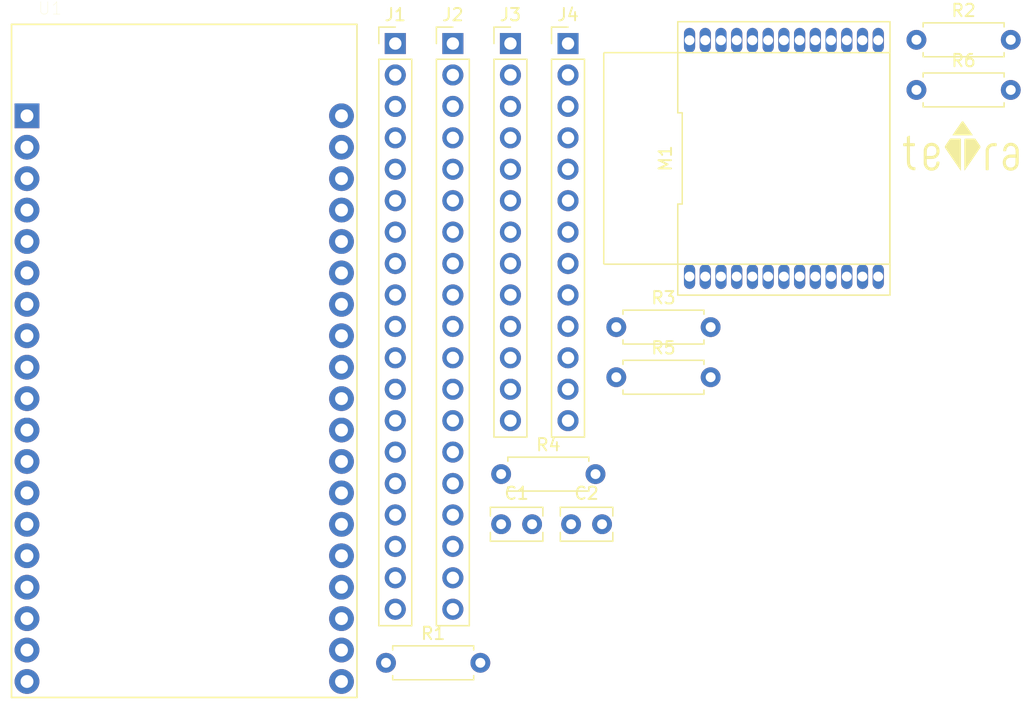
<source format=kicad_pcb>
(kicad_pcb (version 20171130) (host pcbnew 5.1.9-73d0e3b20d~88~ubuntu20.04.1)

  (general
    (thickness 1.6)
    (drawings 0)
    (tracks 0)
    (zones 0)
    (modules 15)
    (nets 57)
  )

  (page A4)
  (layers
    (0 F.Cu signal)
    (31 B.Cu signal)
    (32 B.Adhes user)
    (33 F.Adhes user)
    (34 B.Paste user)
    (35 F.Paste user)
    (36 B.SilkS user)
    (37 F.SilkS user)
    (38 B.Mask user)
    (39 F.Mask user)
    (40 Dwgs.User user)
    (41 Cmts.User user)
    (42 Eco1.User user)
    (43 Eco2.User user)
    (44 Edge.Cuts user)
    (45 Margin user)
    (46 B.CrtYd user)
    (47 F.CrtYd user)
    (48 B.Fab user)
    (49 F.Fab user)
  )

  (setup
    (last_trace_width 0.25)
    (trace_clearance 0.2)
    (zone_clearance 0.508)
    (zone_45_only no)
    (trace_min 0.2)
    (via_size 0.8)
    (via_drill 0.4)
    (via_min_size 0.4)
    (via_min_drill 0.3)
    (uvia_size 0.3)
    (uvia_drill 0.1)
    (uvias_allowed no)
    (uvia_min_size 0.2)
    (uvia_min_drill 0.1)
    (edge_width 0.05)
    (segment_width 0.2)
    (pcb_text_width 0.3)
    (pcb_text_size 1.5 1.5)
    (mod_edge_width 0.12)
    (mod_text_size 1 1)
    (mod_text_width 0.15)
    (pad_size 1.524 1.524)
    (pad_drill 0.762)
    (pad_to_mask_clearance 0)
    (aux_axis_origin 0 0)
    (visible_elements FFFFFF7F)
    (pcbplotparams
      (layerselection 0x010fc_ffffffff)
      (usegerberextensions false)
      (usegerberattributes true)
      (usegerberadvancedattributes true)
      (creategerberjobfile true)
      (excludeedgelayer true)
      (linewidth 0.100000)
      (plotframeref false)
      (viasonmask false)
      (mode 1)
      (useauxorigin false)
      (hpglpennumber 1)
      (hpglpenspeed 20)
      (hpglpendiameter 15.000000)
      (psnegative false)
      (psa4output false)
      (plotreference true)
      (plotvalue true)
      (plotinvisibletext false)
      (padsonsilk false)
      (subtractmaskfromsilk false)
      (outputformat 1)
      (mirror false)
      (drillshape 1)
      (scaleselection 1)
      (outputdirectory ""))
  )

  (net 0 "")
  (net 1 GND)
  (net 2 +3V3)
  (net 3 "Net-(J1-Pad19)")
  (net 4 "Net-(J1-Pad18)")
  (net 5 "Net-(J1-Pad17)")
  (net 6 "Net-(J1-Pad16)")
  (net 7 "Net-(J1-Pad15)")
  (net 8 "Net-(J1-Pad13)")
  (net 9 "Net-(J1-Pad12)")
  (net 10 "Net-(J1-Pad11)")
  (net 11 "Net-(J1-Pad10)")
  (net 12 "Net-(J1-Pad9)")
  (net 13 "Net-(J1-Pad8)")
  (net 14 "Net-(J1-Pad7)")
  (net 15 "Net-(J1-Pad6)")
  (net 16 "Net-(J1-Pad5)")
  (net 17 "Net-(J1-Pad4)")
  (net 18 "Net-(J1-Pad3)")
  (net 19 "Net-(J1-Pad2)")
  (net 20 "Net-(J2-Pad19)")
  (net 21 "Net-(J2-Pad18)")
  (net 22 "Net-(J2-Pad17)")
  (net 23 "Net-(J2-Pad16)")
  (net 24 "Net-(J2-Pad15)")
  (net 25 "Net-(J2-Pad14)")
  (net 26 "Net-(J2-Pad13)")
  (net 27 Host_RX-ES920_TX)
  (net 28 Host_TX-ES920RX)
  (net 29 "Net-(J2-Pad10)")
  (net 30 "Net-(J2-Pad9)")
  (net 31 "Net-(J2-Pad8)")
  (net 32 "Net-(J2-Pad6)")
  (net 33 "Net-(J2-Pad5)")
  (net 34 "Net-(J2-Pad4)")
  (net 35 "Net-(J2-Pad3)")
  (net 36 "Net-(J2-Pad2)")
  (net 37 "Net-(J3-Pad12)")
  (net 38 "Net-(J3-Pad11)")
  (net 39 "Net-(J3-Pad10)")
  (net 40 "Net-(J3-Pad7)")
  (net 41 "Net-(J3-Pad6)")
  (net 42 "Net-(J3-Pad5)")
  (net 43 "Net-(J3-Pad4)")
  (net 44 "Net-(J3-Pad3)")
  (net 45 "Net-(J4-Pad12)")
  (net 46 ES920_NRST)
  (net 47 "Net-(J4-Pad10)")
  (net 48 "Net-(J4-Pad9)")
  (net 49 "Net-(J4-Pad8)")
  (net 50 "Net-(J4-Pad7)")
  (net 51 "Net-(J4-Pad6)")
  (net 52 "Net-(J4-Pad5)")
  (net 53 "Net-(J4-Pad4)")
  (net 54 ES920_WKUP1)
  (net 55 "Net-(J4-Pad2)")
  (net 56 "Net-(J4-Pad1)")

  (net_class Default "This is the default net class."
    (clearance 0.2)
    (trace_width 0.25)
    (via_dia 0.8)
    (via_drill 0.4)
    (uvia_dia 0.3)
    (uvia_drill 0.1)
    (add_net +3V3)
    (add_net ES920_NRST)
    (add_net ES920_WKUP1)
    (add_net GND)
    (add_net Host_RX-ES920_TX)
    (add_net Host_TX-ES920RX)
    (add_net "Net-(J1-Pad10)")
    (add_net "Net-(J1-Pad11)")
    (add_net "Net-(J1-Pad12)")
    (add_net "Net-(J1-Pad13)")
    (add_net "Net-(J1-Pad15)")
    (add_net "Net-(J1-Pad16)")
    (add_net "Net-(J1-Pad17)")
    (add_net "Net-(J1-Pad18)")
    (add_net "Net-(J1-Pad19)")
    (add_net "Net-(J1-Pad2)")
    (add_net "Net-(J1-Pad3)")
    (add_net "Net-(J1-Pad4)")
    (add_net "Net-(J1-Pad5)")
    (add_net "Net-(J1-Pad6)")
    (add_net "Net-(J1-Pad7)")
    (add_net "Net-(J1-Pad8)")
    (add_net "Net-(J1-Pad9)")
    (add_net "Net-(J2-Pad10)")
    (add_net "Net-(J2-Pad13)")
    (add_net "Net-(J2-Pad14)")
    (add_net "Net-(J2-Pad15)")
    (add_net "Net-(J2-Pad16)")
    (add_net "Net-(J2-Pad17)")
    (add_net "Net-(J2-Pad18)")
    (add_net "Net-(J2-Pad19)")
    (add_net "Net-(J2-Pad2)")
    (add_net "Net-(J2-Pad3)")
    (add_net "Net-(J2-Pad4)")
    (add_net "Net-(J2-Pad5)")
    (add_net "Net-(J2-Pad6)")
    (add_net "Net-(J2-Pad8)")
    (add_net "Net-(J2-Pad9)")
    (add_net "Net-(J3-Pad10)")
    (add_net "Net-(J3-Pad11)")
    (add_net "Net-(J3-Pad12)")
    (add_net "Net-(J3-Pad3)")
    (add_net "Net-(J3-Pad4)")
    (add_net "Net-(J3-Pad5)")
    (add_net "Net-(J3-Pad6)")
    (add_net "Net-(J3-Pad7)")
    (add_net "Net-(J4-Pad1)")
    (add_net "Net-(J4-Pad10)")
    (add_net "Net-(J4-Pad12)")
    (add_net "Net-(J4-Pad2)")
    (add_net "Net-(J4-Pad4)")
    (add_net "Net-(J4-Pad5)")
    (add_net "Net-(J4-Pad6)")
    (add_net "Net-(J4-Pad7)")
    (add_net "Net-(J4-Pad8)")
    (add_net "Net-(J4-Pad9)")
  )

  (module BP5293_series:MODULE_ESP32-DEVKITC-32D (layer F.Cu) (tedit 5FDB4D11) (tstamp 619E4B15)
    (at 122.905 113.75)
    (path /61962CEA)
    (fp_text reference U1 (at -10.829175 -28.446045) (layer F.SilkS)
      (effects (font (size 1.000386 1.000386) (thickness 0.015)))
    )
    (fp_text value ESP32-DEVKITC-32D (at 1.24136 28.294535) (layer F.Fab)
      (effects (font (size 1.001047 1.001047) (thickness 0.015)))
    )
    (fp_circle (center -14.6 -19.9) (end -14.46 -19.9) (layer F.Fab) (width 0.28))
    (fp_circle (center -14.6 -19.9) (end -14.46 -19.9) (layer F.Fab) (width 0.28))
    (fp_line (start -14.2 27.5) (end -14.2 -27.4) (layer F.CrtYd) (width 0.05))
    (fp_line (start 14.2 27.5) (end -14.2 27.5) (layer F.CrtYd) (width 0.05))
    (fp_line (start 14.2 -27.4) (end 14.2 27.5) (layer F.CrtYd) (width 0.05))
    (fp_line (start -14.2 -27.4) (end 14.2 -27.4) (layer F.CrtYd) (width 0.05))
    (fp_line (start 13.95 27.25) (end -13.95 27.25) (layer F.SilkS) (width 0.127))
    (fp_line (start 13.95 -27.15) (end 13.95 27.25) (layer F.SilkS) (width 0.127))
    (fp_line (start -13.95 -27.15) (end 13.95 -27.15) (layer F.SilkS) (width 0.127))
    (fp_line (start -13.95 27.25) (end -13.95 -27.15) (layer F.SilkS) (width 0.127))
    (fp_line (start -13.95 27.25) (end -13.95 -27.15) (layer F.Fab) (width 0.127))
    (fp_line (start 13.95 27.25) (end -13.95 27.25) (layer F.Fab) (width 0.127))
    (fp_line (start 13.95 -27.15) (end 13.95 27.25) (layer F.Fab) (width 0.127))
    (fp_line (start -13.95 -27.15) (end 13.95 -27.15) (layer F.Fab) (width 0.127))
    (pad 38 thru_hole circle (at 12.7 25.96) (size 2 2) (drill 1.04) (layers *.Cu *.Mask)
      (net 20 "Net-(J2-Pad19)"))
    (pad 37 thru_hole circle (at 12.7 23.42) (size 2 2) (drill 1.04) (layers *.Cu *.Mask)
      (net 21 "Net-(J2-Pad18)"))
    (pad 36 thru_hole circle (at 12.7 20.88) (size 2 2) (drill 1.04) (layers *.Cu *.Mask)
      (net 22 "Net-(J2-Pad17)"))
    (pad 35 thru_hole circle (at 12.7 18.34) (size 2 2) (drill 1.04) (layers *.Cu *.Mask)
      (net 23 "Net-(J2-Pad16)"))
    (pad 34 thru_hole circle (at 12.7 15.8) (size 2 2) (drill 1.04) (layers *.Cu *.Mask)
      (net 24 "Net-(J2-Pad15)"))
    (pad 33 thru_hole circle (at 12.7 13.26) (size 2 2) (drill 1.04) (layers *.Cu *.Mask)
      (net 25 "Net-(J2-Pad14)"))
    (pad 32 thru_hole circle (at 12.7 10.72) (size 2 2) (drill 1.04) (layers *.Cu *.Mask)
      (net 26 "Net-(J2-Pad13)"))
    (pad 31 thru_hole circle (at 12.7 8.18) (size 2 2) (drill 1.04) (layers *.Cu *.Mask)
      (net 27 Host_RX-ES920_TX))
    (pad 30 thru_hole circle (at 12.7 5.64) (size 2 2) (drill 1.04) (layers *.Cu *.Mask)
      (net 28 Host_TX-ES920RX))
    (pad 29 thru_hole circle (at 12.7 3.1) (size 2 2) (drill 1.04) (layers *.Cu *.Mask)
      (net 29 "Net-(J2-Pad10)"))
    (pad 28 thru_hole circle (at 12.7 0.56) (size 2 2) (drill 1.04) (layers *.Cu *.Mask)
      (net 30 "Net-(J2-Pad9)"))
    (pad 27 thru_hole circle (at 12.7 -1.98) (size 2 2) (drill 1.04) (layers *.Cu *.Mask)
      (net 31 "Net-(J2-Pad8)"))
    (pad 26 thru_hole circle (at 12.7 -4.52) (size 2 2) (drill 1.04) (layers *.Cu *.Mask)
      (net 1 GND))
    (pad 25 thru_hole circle (at 12.7 -7.06) (size 2 2) (drill 1.04) (layers *.Cu *.Mask)
      (net 32 "Net-(J2-Pad6)"))
    (pad 24 thru_hole circle (at 12.7 -9.6) (size 2 2) (drill 1.04) (layers *.Cu *.Mask)
      (net 33 "Net-(J2-Pad5)"))
    (pad 23 thru_hole circle (at 12.7 -12.14) (size 2 2) (drill 1.04) (layers *.Cu *.Mask)
      (net 34 "Net-(J2-Pad4)"))
    (pad 22 thru_hole circle (at 12.7 -14.68) (size 2 2) (drill 1.04) (layers *.Cu *.Mask)
      (net 35 "Net-(J2-Pad3)"))
    (pad 21 thru_hole circle (at 12.7 -17.22) (size 2 2) (drill 1.04) (layers *.Cu *.Mask)
      (net 36 "Net-(J2-Pad2)"))
    (pad 20 thru_hole circle (at 12.7 -19.76) (size 2 2) (drill 1.04) (layers *.Cu *.Mask)
      (net 1 GND))
    (pad 18 thru_hole circle (at -12.7 23.42) (size 2 2) (drill 1.04) (layers *.Cu *.Mask)
      (net 4 "Net-(J1-Pad18)"))
    (pad 17 thru_hole circle (at -12.7 20.88) (size 2 2) (drill 1.04) (layers *.Cu *.Mask)
      (net 5 "Net-(J1-Pad17)"))
    (pad 16 thru_hole circle (at -12.7 18.34) (size 2 2) (drill 1.04) (layers *.Cu *.Mask)
      (net 6 "Net-(J1-Pad16)"))
    (pad 15 thru_hole circle (at -12.7 15.8) (size 2 2) (drill 1.04) (layers *.Cu *.Mask)
      (net 7 "Net-(J1-Pad15)"))
    (pad 14 thru_hole circle (at -12.7 13.26) (size 2 2) (drill 1.04) (layers *.Cu *.Mask)
      (net 1 GND))
    (pad 13 thru_hole circle (at -12.7 10.72) (size 2 2) (drill 1.04) (layers *.Cu *.Mask)
      (net 8 "Net-(J1-Pad13)"))
    (pad 12 thru_hole circle (at -12.7 8.18) (size 2 2) (drill 1.04) (layers *.Cu *.Mask)
      (net 9 "Net-(J1-Pad12)"))
    (pad 11 thru_hole circle (at -12.7 5.64) (size 2 2) (drill 1.04) (layers *.Cu *.Mask)
      (net 10 "Net-(J1-Pad11)"))
    (pad 10 thru_hole circle (at -12.7 3.1) (size 2 2) (drill 1.04) (layers *.Cu *.Mask)
      (net 11 "Net-(J1-Pad10)"))
    (pad 9 thru_hole circle (at -12.7 0.56) (size 2 2) (drill 1.04) (layers *.Cu *.Mask)
      (net 12 "Net-(J1-Pad9)"))
    (pad 8 thru_hole circle (at -12.7 -1.98) (size 2 2) (drill 1.04) (layers *.Cu *.Mask)
      (net 13 "Net-(J1-Pad8)"))
    (pad 7 thru_hole circle (at -12.7 -4.52) (size 2 2) (drill 1.04) (layers *.Cu *.Mask)
      (net 14 "Net-(J1-Pad7)"))
    (pad 6 thru_hole circle (at -12.7 -7.06) (size 2 2) (drill 1.04) (layers *.Cu *.Mask)
      (net 15 "Net-(J1-Pad6)"))
    (pad 5 thru_hole circle (at -12.7 -9.6) (size 2 2) (drill 1.04) (layers *.Cu *.Mask)
      (net 16 "Net-(J1-Pad5)"))
    (pad 4 thru_hole circle (at -12.7 -12.14) (size 2 2) (drill 1.04) (layers *.Cu *.Mask)
      (net 17 "Net-(J1-Pad4)"))
    (pad 3 thru_hole circle (at -12.7 -14.68) (size 2 2) (drill 1.04) (layers *.Cu *.Mask)
      (net 18 "Net-(J1-Pad3)"))
    (pad 19 thru_hole circle (at -12.7 25.96) (size 2 2) (drill 1.04) (layers *.Cu *.Mask)
      (net 3 "Net-(J1-Pad19)"))
    (pad 2 thru_hole circle (at -12.7 -17.22) (size 2 2) (drill 1.04) (layers *.Cu *.Mask)
      (net 19 "Net-(J1-Pad2)"))
    (pad 1 thru_hole rect (at -12.7 -19.76) (size 2 2) (drill 1.04) (layers *.Cu *.Mask)
      (net 2 +3V3))
  )

  (module Resistor_THT:R_Axial_DIN0207_L6.3mm_D2.5mm_P7.62mm_Horizontal (layer F.Cu) (tedit 5AE5139B) (tstamp 619E4ADD)
    (at 182.04 91.9)
    (descr "Resistor, Axial_DIN0207 series, Axial, Horizontal, pin pitch=7.62mm, 0.25W = 1/4W, length*diameter=6.3*2.5mm^2, http://cdn-reichelt.de/documents/datenblatt/B400/1_4W%23YAG.pdf")
    (tags "Resistor Axial_DIN0207 series Axial Horizontal pin pitch 7.62mm 0.25W = 1/4W length 6.3mm diameter 2.5mm")
    (path /61B2B90E)
    (fp_text reference R6 (at 3.81 -2.37) (layer F.SilkS)
      (effects (font (size 1 1) (thickness 0.15)))
    )
    (fp_text value 10k (at 3.81 2.37) (layer F.Fab)
      (effects (font (size 1 1) (thickness 0.15)))
    )
    (fp_text user %R (at 3.81 0) (layer F.Fab)
      (effects (font (size 1 1) (thickness 0.15)))
    )
    (fp_line (start 0.66 -1.25) (end 0.66 1.25) (layer F.Fab) (width 0.1))
    (fp_line (start 0.66 1.25) (end 6.96 1.25) (layer F.Fab) (width 0.1))
    (fp_line (start 6.96 1.25) (end 6.96 -1.25) (layer F.Fab) (width 0.1))
    (fp_line (start 6.96 -1.25) (end 0.66 -1.25) (layer F.Fab) (width 0.1))
    (fp_line (start 0 0) (end 0.66 0) (layer F.Fab) (width 0.1))
    (fp_line (start 7.62 0) (end 6.96 0) (layer F.Fab) (width 0.1))
    (fp_line (start 0.54 -1.04) (end 0.54 -1.37) (layer F.SilkS) (width 0.12))
    (fp_line (start 0.54 -1.37) (end 7.08 -1.37) (layer F.SilkS) (width 0.12))
    (fp_line (start 7.08 -1.37) (end 7.08 -1.04) (layer F.SilkS) (width 0.12))
    (fp_line (start 0.54 1.04) (end 0.54 1.37) (layer F.SilkS) (width 0.12))
    (fp_line (start 0.54 1.37) (end 7.08 1.37) (layer F.SilkS) (width 0.12))
    (fp_line (start 7.08 1.37) (end 7.08 1.04) (layer F.SilkS) (width 0.12))
    (fp_line (start -1.05 -1.5) (end -1.05 1.5) (layer F.CrtYd) (width 0.05))
    (fp_line (start -1.05 1.5) (end 8.67 1.5) (layer F.CrtYd) (width 0.05))
    (fp_line (start 8.67 1.5) (end 8.67 -1.5) (layer F.CrtYd) (width 0.05))
    (fp_line (start 8.67 -1.5) (end -1.05 -1.5) (layer F.CrtYd) (width 0.05))
    (pad 2 thru_hole oval (at 7.62 0) (size 1.6 1.6) (drill 0.8) (layers *.Cu *.Mask)
      (net 32 "Net-(J2-Pad6)"))
    (pad 1 thru_hole circle (at 0 0) (size 1.6 1.6) (drill 0.8) (layers *.Cu *.Mask)
      (net 46 ES920_NRST))
    (model ${KISYS3DMOD}/Resistor_THT.3dshapes/R_Axial_DIN0207_L6.3mm_D2.5mm_P7.62mm_Horizontal.wrl
      (at (xyz 0 0 0))
      (scale (xyz 1 1 1))
      (rotate (xyz 0 0 0))
    )
  )

  (module Resistor_THT:R_Axial_DIN0207_L6.3mm_D2.5mm_P7.62mm_Horizontal (layer F.Cu) (tedit 5AE5139B) (tstamp 619E4AC6)
    (at 157.8 115.12)
    (descr "Resistor, Axial_DIN0207 series, Axial, Horizontal, pin pitch=7.62mm, 0.25W = 1/4W, length*diameter=6.3*2.5mm^2, http://cdn-reichelt.de/documents/datenblatt/B400/1_4W%23YAG.pdf")
    (tags "Resistor Axial_DIN0207 series Axial Horizontal pin pitch 7.62mm 0.25W = 1/4W length 6.3mm diameter 2.5mm")
    (path /61B2AB74)
    (fp_text reference R5 (at 3.81 -2.37) (layer F.SilkS)
      (effects (font (size 1 1) (thickness 0.15)))
    )
    (fp_text value 10k (at 3.81 2.37) (layer F.Fab)
      (effects (font (size 1 1) (thickness 0.15)))
    )
    (fp_text user %R (at 3.81 0) (layer F.Fab)
      (effects (font (size 1 1) (thickness 0.15)))
    )
    (fp_line (start 0.66 -1.25) (end 0.66 1.25) (layer F.Fab) (width 0.1))
    (fp_line (start 0.66 1.25) (end 6.96 1.25) (layer F.Fab) (width 0.1))
    (fp_line (start 6.96 1.25) (end 6.96 -1.25) (layer F.Fab) (width 0.1))
    (fp_line (start 6.96 -1.25) (end 0.66 -1.25) (layer F.Fab) (width 0.1))
    (fp_line (start 0 0) (end 0.66 0) (layer F.Fab) (width 0.1))
    (fp_line (start 7.62 0) (end 6.96 0) (layer F.Fab) (width 0.1))
    (fp_line (start 0.54 -1.04) (end 0.54 -1.37) (layer F.SilkS) (width 0.12))
    (fp_line (start 0.54 -1.37) (end 7.08 -1.37) (layer F.SilkS) (width 0.12))
    (fp_line (start 7.08 -1.37) (end 7.08 -1.04) (layer F.SilkS) (width 0.12))
    (fp_line (start 0.54 1.04) (end 0.54 1.37) (layer F.SilkS) (width 0.12))
    (fp_line (start 0.54 1.37) (end 7.08 1.37) (layer F.SilkS) (width 0.12))
    (fp_line (start 7.08 1.37) (end 7.08 1.04) (layer F.SilkS) (width 0.12))
    (fp_line (start -1.05 -1.5) (end -1.05 1.5) (layer F.CrtYd) (width 0.05))
    (fp_line (start -1.05 1.5) (end 8.67 1.5) (layer F.CrtYd) (width 0.05))
    (fp_line (start 8.67 1.5) (end 8.67 -1.5) (layer F.CrtYd) (width 0.05))
    (fp_line (start 8.67 -1.5) (end -1.05 -1.5) (layer F.CrtYd) (width 0.05))
    (pad 2 thru_hole oval (at 7.62 0) (size 1.6 1.6) (drill 0.8) (layers *.Cu *.Mask)
      (net 31 "Net-(J2-Pad8)"))
    (pad 1 thru_hole circle (at 0 0) (size 1.6 1.6) (drill 0.8) (layers *.Cu *.Mask)
      (net 54 ES920_WKUP1))
    (model ${KISYS3DMOD}/Resistor_THT.3dshapes/R_Axial_DIN0207_L6.3mm_D2.5mm_P7.62mm_Horizontal.wrl
      (at (xyz 0 0 0))
      (scale (xyz 1 1 1))
      (rotate (xyz 0 0 0))
    )
  )

  (module Resistor_THT:R_Axial_DIN0207_L6.3mm_D2.5mm_P7.62mm_Horizontal (layer F.Cu) (tedit 5AE5139B) (tstamp 619E4AAF)
    (at 148.5 122.95)
    (descr "Resistor, Axial_DIN0207 series, Axial, Horizontal, pin pitch=7.62mm, 0.25W = 1/4W, length*diameter=6.3*2.5mm^2, http://cdn-reichelt.de/documents/datenblatt/B400/1_4W%23YAG.pdf")
    (tags "Resistor Axial_DIN0207 series Axial Horizontal pin pitch 7.62mm 0.25W = 1/4W length 6.3mm diameter 2.5mm")
    (path /61B2F13B)
    (fp_text reference R4 (at 3.81 -2.37) (layer F.SilkS)
      (effects (font (size 1 1) (thickness 0.15)))
    )
    (fp_text value 10k (at 3.81 2.37) (layer F.Fab)
      (effects (font (size 1 1) (thickness 0.15)))
    )
    (fp_text user %R (at 3.81 0) (layer F.Fab)
      (effects (font (size 1 1) (thickness 0.15)))
    )
    (fp_line (start 0.66 -1.25) (end 0.66 1.25) (layer F.Fab) (width 0.1))
    (fp_line (start 0.66 1.25) (end 6.96 1.25) (layer F.Fab) (width 0.1))
    (fp_line (start 6.96 1.25) (end 6.96 -1.25) (layer F.Fab) (width 0.1))
    (fp_line (start 6.96 -1.25) (end 0.66 -1.25) (layer F.Fab) (width 0.1))
    (fp_line (start 0 0) (end 0.66 0) (layer F.Fab) (width 0.1))
    (fp_line (start 7.62 0) (end 6.96 0) (layer F.Fab) (width 0.1))
    (fp_line (start 0.54 -1.04) (end 0.54 -1.37) (layer F.SilkS) (width 0.12))
    (fp_line (start 0.54 -1.37) (end 7.08 -1.37) (layer F.SilkS) (width 0.12))
    (fp_line (start 7.08 -1.37) (end 7.08 -1.04) (layer F.SilkS) (width 0.12))
    (fp_line (start 0.54 1.04) (end 0.54 1.37) (layer F.SilkS) (width 0.12))
    (fp_line (start 0.54 1.37) (end 7.08 1.37) (layer F.SilkS) (width 0.12))
    (fp_line (start 7.08 1.37) (end 7.08 1.04) (layer F.SilkS) (width 0.12))
    (fp_line (start -1.05 -1.5) (end -1.05 1.5) (layer F.CrtYd) (width 0.05))
    (fp_line (start -1.05 1.5) (end 8.67 1.5) (layer F.CrtYd) (width 0.05))
    (fp_line (start 8.67 1.5) (end 8.67 -1.5) (layer F.CrtYd) (width 0.05))
    (fp_line (start 8.67 -1.5) (end -1.05 -1.5) (layer F.CrtYd) (width 0.05))
    (pad 2 thru_hole oval (at 7.62 0) (size 1.6 1.6) (drill 0.8) (layers *.Cu *.Mask)
      (net 27 Host_RX-ES920_TX))
    (pad 1 thru_hole circle (at 0 0) (size 1.6 1.6) (drill 0.8) (layers *.Cu *.Mask)
      (net 2 +3V3))
    (model ${KISYS3DMOD}/Resistor_THT.3dshapes/R_Axial_DIN0207_L6.3mm_D2.5mm_P7.62mm_Horizontal.wrl
      (at (xyz 0 0 0))
      (scale (xyz 1 1 1))
      (rotate (xyz 0 0 0))
    )
  )

  (module Resistor_THT:R_Axial_DIN0207_L6.3mm_D2.5mm_P7.62mm_Horizontal (layer F.Cu) (tedit 5AE5139B) (tstamp 619E4A98)
    (at 157.8 111.07)
    (descr "Resistor, Axial_DIN0207 series, Axial, Horizontal, pin pitch=7.62mm, 0.25W = 1/4W, length*diameter=6.3*2.5mm^2, http://cdn-reichelt.de/documents/datenblatt/B400/1_4W%23YAG.pdf")
    (tags "Resistor Axial_DIN0207 series Axial Horizontal pin pitch 7.62mm 0.25W = 1/4W length 6.3mm diameter 2.5mm")
    (path /61B2E8A3)
    (fp_text reference R3 (at 3.81 -2.37) (layer F.SilkS)
      (effects (font (size 1 1) (thickness 0.15)))
    )
    (fp_text value 10k (at 3.81 2.37) (layer F.Fab)
      (effects (font (size 1 1) (thickness 0.15)))
    )
    (fp_text user %R (at 3.81 0) (layer F.Fab)
      (effects (font (size 1 1) (thickness 0.15)))
    )
    (fp_line (start 0.66 -1.25) (end 0.66 1.25) (layer F.Fab) (width 0.1))
    (fp_line (start 0.66 1.25) (end 6.96 1.25) (layer F.Fab) (width 0.1))
    (fp_line (start 6.96 1.25) (end 6.96 -1.25) (layer F.Fab) (width 0.1))
    (fp_line (start 6.96 -1.25) (end 0.66 -1.25) (layer F.Fab) (width 0.1))
    (fp_line (start 0 0) (end 0.66 0) (layer F.Fab) (width 0.1))
    (fp_line (start 7.62 0) (end 6.96 0) (layer F.Fab) (width 0.1))
    (fp_line (start 0.54 -1.04) (end 0.54 -1.37) (layer F.SilkS) (width 0.12))
    (fp_line (start 0.54 -1.37) (end 7.08 -1.37) (layer F.SilkS) (width 0.12))
    (fp_line (start 7.08 -1.37) (end 7.08 -1.04) (layer F.SilkS) (width 0.12))
    (fp_line (start 0.54 1.04) (end 0.54 1.37) (layer F.SilkS) (width 0.12))
    (fp_line (start 0.54 1.37) (end 7.08 1.37) (layer F.SilkS) (width 0.12))
    (fp_line (start 7.08 1.37) (end 7.08 1.04) (layer F.SilkS) (width 0.12))
    (fp_line (start -1.05 -1.5) (end -1.05 1.5) (layer F.CrtYd) (width 0.05))
    (fp_line (start -1.05 1.5) (end 8.67 1.5) (layer F.CrtYd) (width 0.05))
    (fp_line (start 8.67 1.5) (end 8.67 -1.5) (layer F.CrtYd) (width 0.05))
    (fp_line (start 8.67 -1.5) (end -1.05 -1.5) (layer F.CrtYd) (width 0.05))
    (pad 2 thru_hole oval (at 7.62 0) (size 1.6 1.6) (drill 0.8) (layers *.Cu *.Mask)
      (net 28 Host_TX-ES920RX))
    (pad 1 thru_hole circle (at 0 0) (size 1.6 1.6) (drill 0.8) (layers *.Cu *.Mask)
      (net 2 +3V3))
    (model ${KISYS3DMOD}/Resistor_THT.3dshapes/R_Axial_DIN0207_L6.3mm_D2.5mm_P7.62mm_Horizontal.wrl
      (at (xyz 0 0 0))
      (scale (xyz 1 1 1))
      (rotate (xyz 0 0 0))
    )
  )

  (module Resistor_THT:R_Axial_DIN0207_L6.3mm_D2.5mm_P7.62mm_Horizontal (layer F.Cu) (tedit 5AE5139B) (tstamp 619E4A81)
    (at 182.04 87.85)
    (descr "Resistor, Axial_DIN0207 series, Axial, Horizontal, pin pitch=7.62mm, 0.25W = 1/4W, length*diameter=6.3*2.5mm^2, http://cdn-reichelt.de/documents/datenblatt/B400/1_4W%23YAG.pdf")
    (tags "Resistor Axial_DIN0207 series Axial Horizontal pin pitch 7.62mm 0.25W = 1/4W length 6.3mm diameter 2.5mm")
    (path /61B2DD1C)
    (fp_text reference R2 (at 3.81 -2.37) (layer F.SilkS)
      (effects (font (size 1 1) (thickness 0.15)))
    )
    (fp_text value 10k (at 3.81 2.37) (layer F.Fab)
      (effects (font (size 1 1) (thickness 0.15)))
    )
    (fp_text user %R (at 3.81 0) (layer F.Fab)
      (effects (font (size 1 1) (thickness 0.15)))
    )
    (fp_line (start 0.66 -1.25) (end 0.66 1.25) (layer F.Fab) (width 0.1))
    (fp_line (start 0.66 1.25) (end 6.96 1.25) (layer F.Fab) (width 0.1))
    (fp_line (start 6.96 1.25) (end 6.96 -1.25) (layer F.Fab) (width 0.1))
    (fp_line (start 6.96 -1.25) (end 0.66 -1.25) (layer F.Fab) (width 0.1))
    (fp_line (start 0 0) (end 0.66 0) (layer F.Fab) (width 0.1))
    (fp_line (start 7.62 0) (end 6.96 0) (layer F.Fab) (width 0.1))
    (fp_line (start 0.54 -1.04) (end 0.54 -1.37) (layer F.SilkS) (width 0.12))
    (fp_line (start 0.54 -1.37) (end 7.08 -1.37) (layer F.SilkS) (width 0.12))
    (fp_line (start 7.08 -1.37) (end 7.08 -1.04) (layer F.SilkS) (width 0.12))
    (fp_line (start 0.54 1.04) (end 0.54 1.37) (layer F.SilkS) (width 0.12))
    (fp_line (start 0.54 1.37) (end 7.08 1.37) (layer F.SilkS) (width 0.12))
    (fp_line (start 7.08 1.37) (end 7.08 1.04) (layer F.SilkS) (width 0.12))
    (fp_line (start -1.05 -1.5) (end -1.05 1.5) (layer F.CrtYd) (width 0.05))
    (fp_line (start -1.05 1.5) (end 8.67 1.5) (layer F.CrtYd) (width 0.05))
    (fp_line (start 8.67 1.5) (end 8.67 -1.5) (layer F.CrtYd) (width 0.05))
    (fp_line (start 8.67 -1.5) (end -1.05 -1.5) (layer F.CrtYd) (width 0.05))
    (pad 2 thru_hole oval (at 7.62 0) (size 1.6 1.6) (drill 0.8) (layers *.Cu *.Mask)
      (net 32 "Net-(J2-Pad6)"))
    (pad 1 thru_hole circle (at 0 0) (size 1.6 1.6) (drill 0.8) (layers *.Cu *.Mask)
      (net 2 +3V3))
    (model ${KISYS3DMOD}/Resistor_THT.3dshapes/R_Axial_DIN0207_L6.3mm_D2.5mm_P7.62mm_Horizontal.wrl
      (at (xyz 0 0 0))
      (scale (xyz 1 1 1))
      (rotate (xyz 0 0 0))
    )
  )

  (module Resistor_THT:R_Axial_DIN0207_L6.3mm_D2.5mm_P7.62mm_Horizontal (layer F.Cu) (tedit 5AE5139B) (tstamp 619E4A6A)
    (at 139.2 138.2)
    (descr "Resistor, Axial_DIN0207 series, Axial, Horizontal, pin pitch=7.62mm, 0.25W = 1/4W, length*diameter=6.3*2.5mm^2, http://cdn-reichelt.de/documents/datenblatt/B400/1_4W%23YAG.pdf")
    (tags "Resistor Axial_DIN0207 series Axial Horizontal pin pitch 7.62mm 0.25W = 1/4W length 6.3mm diameter 2.5mm")
    (path /61B2C8E9)
    (fp_text reference R1 (at 3.81 -2.37) (layer F.SilkS)
      (effects (font (size 1 1) (thickness 0.15)))
    )
    (fp_text value 10k (at 3.81 2.37) (layer F.Fab)
      (effects (font (size 1 1) (thickness 0.15)))
    )
    (fp_text user %R (at 3.81 0) (layer F.Fab)
      (effects (font (size 1 1) (thickness 0.15)))
    )
    (fp_line (start 0.66 -1.25) (end 0.66 1.25) (layer F.Fab) (width 0.1))
    (fp_line (start 0.66 1.25) (end 6.96 1.25) (layer F.Fab) (width 0.1))
    (fp_line (start 6.96 1.25) (end 6.96 -1.25) (layer F.Fab) (width 0.1))
    (fp_line (start 6.96 -1.25) (end 0.66 -1.25) (layer F.Fab) (width 0.1))
    (fp_line (start 0 0) (end 0.66 0) (layer F.Fab) (width 0.1))
    (fp_line (start 7.62 0) (end 6.96 0) (layer F.Fab) (width 0.1))
    (fp_line (start 0.54 -1.04) (end 0.54 -1.37) (layer F.SilkS) (width 0.12))
    (fp_line (start 0.54 -1.37) (end 7.08 -1.37) (layer F.SilkS) (width 0.12))
    (fp_line (start 7.08 -1.37) (end 7.08 -1.04) (layer F.SilkS) (width 0.12))
    (fp_line (start 0.54 1.04) (end 0.54 1.37) (layer F.SilkS) (width 0.12))
    (fp_line (start 0.54 1.37) (end 7.08 1.37) (layer F.SilkS) (width 0.12))
    (fp_line (start 7.08 1.37) (end 7.08 1.04) (layer F.SilkS) (width 0.12))
    (fp_line (start -1.05 -1.5) (end -1.05 1.5) (layer F.CrtYd) (width 0.05))
    (fp_line (start -1.05 1.5) (end 8.67 1.5) (layer F.CrtYd) (width 0.05))
    (fp_line (start 8.67 1.5) (end 8.67 -1.5) (layer F.CrtYd) (width 0.05))
    (fp_line (start 8.67 -1.5) (end -1.05 -1.5) (layer F.CrtYd) (width 0.05))
    (pad 2 thru_hole oval (at 7.62 0) (size 1.6 1.6) (drill 0.8) (layers *.Cu *.Mask)
      (net 31 "Net-(J2-Pad8)"))
    (pad 1 thru_hole circle (at 0 0) (size 1.6 1.6) (drill 0.8) (layers *.Cu *.Mask)
      (net 2 +3V3))
    (model ${KISYS3DMOD}/Resistor_THT.3dshapes/R_Axial_DIN0207_L6.3mm_D2.5mm_P7.62mm_Horizontal.wrl
      (at (xyz 0 0 0))
      (scale (xyz 1 1 1))
      (rotate (xyz 0 0 0))
    )
  )

  (module teTra:ES92LR2B (layer F.Cu) (tedit 619311E7) (tstamp 619E4A53)
    (at 171.335 97.435)
    (path /61964154)
    (fp_text reference M1 (at -9.57 0 90) (layer F.SilkS)
      (effects (font (size 1 1) (thickness 0.15)))
    )
    (fp_text value ES920LR2B (at 0 0) (layer F.Fab)
      (effects (font (size 1 1) (thickness 0.15)))
    )
    (fp_line (start 8.5 -8.5) (end -8.3 -8.5) (layer F.CrtYd) (width 0.05))
    (fp_line (start 8.5 8.5) (end 8.5 -8.5) (layer F.CrtYd) (width 0.05))
    (fp_line (start -14.5 8.5) (end 8.5 8.5) (layer F.CrtYd) (width 0.05))
    (fp_line (start -14.5 -8.5) (end -14.5 8.5) (layer F.CrtYd) (width 0.05))
    (fp_line (start -8.3 -8.5) (end -14.5 -8.5) (layer F.CrtYd) (width 0.05))
    (fp_line (start 8.55 8.5) (end 8.55 -8.5) (layer F.SilkS) (width 0.12))
    (fp_line (start -14.5 8.55) (end 8.5 8.55) (layer F.SilkS) (width 0.12))
    (fp_line (start -14.55 -8.5) (end -14.55 8.5) (layer F.SilkS) (width 0.12))
    (fp_line (start 8.5 -8.55) (end -14.5 -8.55) (layer F.SilkS) (width 0.12))
    (fp_line (start -8.32 10.8) (end -8.32 -10.8) (layer F.CrtYd) (width 0.05))
    (fp_line (start 8.32 10.8) (end -8.32 10.8) (layer F.CrtYd) (width 0.05))
    (fp_line (start 8.32 -10.8) (end 8.32 10.8) (layer F.CrtYd) (width 0.05))
    (fp_line (start -8.32 -10.8) (end 8.32 -10.8) (layer F.CrtYd) (width 0.05))
    (fp_line (start -8.57 3.683333) (end -8.57 11.05) (layer F.SilkS) (width 0.12))
    (fp_line (start -8.21 3.683333) (end -8.57 3.683333) (layer F.SilkS) (width 0.12))
    (fp_line (start -8.21 -3.683333) (end -8.21 3.683333) (layer F.SilkS) (width 0.12))
    (fp_line (start -8.57 -3.683333) (end -8.21 -3.683333) (layer F.SilkS) (width 0.12))
    (fp_line (start -8.57 -11.05) (end -8.57 -3.683333) (layer F.SilkS) (width 0.12))
    (fp_line (start 8.57 -11.05) (end -8.57 -11.05) (layer F.SilkS) (width 0.12))
    (fp_line (start 8.57 11.05) (end 8.57 -11.05) (layer F.SilkS) (width 0.12))
    (fp_line (start -8.57 11.05) (end 8.57 11.05) (layer F.SilkS) (width 0.12))
    (pad 13 thru_hole oval (at 7.62 9.55) (size 0.9 2) (drill 0.8) (layers *.Cu *.Mask)
      (net 2 +3V3))
    (pad 14 thru_hole oval (at 7.62 -9.55) (size 0.9 2) (drill 0.8) (layers *.Cu *.Mask)
      (net 56 "Net-(J4-Pad1)"))
    (pad 12 thru_hole oval (at 6.35 9.55) (size 0.9 2) (drill 0.8) (layers *.Cu *.Mask)
      (net 37 "Net-(J3-Pad12)"))
    (pad 15 thru_hole oval (at 6.35 -9.55) (size 0.9 2) (drill 0.8) (layers *.Cu *.Mask)
      (net 55 "Net-(J4-Pad2)"))
    (pad 11 thru_hole oval (at 5.08 9.55) (size 0.9 2) (drill 0.8) (layers *.Cu *.Mask)
      (net 38 "Net-(J3-Pad11)"))
    (pad 16 thru_hole oval (at 5.08 -9.55) (size 0.9 2) (drill 0.8) (layers *.Cu *.Mask)
      (net 54 ES920_WKUP1))
    (pad 10 thru_hole oval (at 3.81 9.55) (size 0.9 2) (drill 0.8) (layers *.Cu *.Mask)
      (net 39 "Net-(J3-Pad10)"))
    (pad 17 thru_hole oval (at 3.81 -9.55) (size 0.9 2) (drill 0.8) (layers *.Cu *.Mask)
      (net 53 "Net-(J4-Pad4)"))
    (pad 9 thru_hole oval (at 2.54 9.55) (size 0.9 2) (drill 0.8) (layers *.Cu *.Mask)
      (net 28 Host_TX-ES920RX))
    (pad 18 thru_hole oval (at 2.54 -9.55) (size 0.9 2) (drill 0.8) (layers *.Cu *.Mask)
      (net 52 "Net-(J4-Pad5)"))
    (pad 8 thru_hole oval (at 1.27 9.55) (size 0.9 2) (drill 0.8) (layers *.Cu *.Mask)
      (net 27 Host_RX-ES920_TX))
    (pad 19 thru_hole oval (at 1.27 -9.55) (size 0.9 2) (drill 0.8) (layers *.Cu *.Mask)
      (net 51 "Net-(J4-Pad6)"))
    (pad 7 thru_hole oval (at 0 9.55) (size 0.9 2) (drill 0.8) (layers *.Cu *.Mask)
      (net 40 "Net-(J3-Pad7)"))
    (pad 20 thru_hole oval (at 0 -9.55) (size 0.9 2) (drill 0.8) (layers *.Cu *.Mask)
      (net 50 "Net-(J4-Pad7)"))
    (pad 6 thru_hole oval (at -1.27 9.55) (size 0.9 2) (drill 0.8) (layers *.Cu *.Mask)
      (net 41 "Net-(J3-Pad6)"))
    (pad 21 thru_hole oval (at -1.27 -9.55) (size 0.9 2) (drill 0.8) (layers *.Cu *.Mask)
      (net 49 "Net-(J4-Pad8)"))
    (pad 5 thru_hole oval (at -2.54 9.55) (size 0.9 2) (drill 0.8) (layers *.Cu *.Mask)
      (net 42 "Net-(J3-Pad5)"))
    (pad 22 thru_hole oval (at -2.54 -9.55) (size 0.9 2) (drill 0.8) (layers *.Cu *.Mask)
      (net 48 "Net-(J4-Pad9)"))
    (pad 4 thru_hole oval (at -3.81 9.55) (size 0.9 2) (drill 0.8) (layers *.Cu *.Mask)
      (net 43 "Net-(J3-Pad4)"))
    (pad 23 thru_hole oval (at -3.81 -9.55) (size 0.9 2) (drill 0.8) (layers *.Cu *.Mask)
      (net 47 "Net-(J4-Pad10)"))
    (pad 3 thru_hole oval (at -5.08 9.55) (size 0.9 2) (drill 0.8) (layers *.Cu *.Mask)
      (net 44 "Net-(J3-Pad3)"))
    (pad 24 thru_hole oval (at -5.08 -9.55) (size 0.9 2) (drill 0.8) (layers *.Cu *.Mask)
      (net 46 ES920_NRST))
    (pad 2 thru_hole oval (at -6.35 9.55) (size 0.9 2) (drill 0.8) (layers *.Cu *.Mask)
      (net 2 +3V3))
    (pad 25 thru_hole oval (at -6.35 -9.55) (size 0.9 2) (drill 0.8) (layers *.Cu *.Mask)
      (net 45 "Net-(J4-Pad12)"))
    (pad 1 thru_hole oval (at -7.62 9.55) (size 0.9 2) (drill 0.8) (layers *.Cu *.Mask)
      (net 1 GND))
    (pad 26 thru_hole oval (at -7.62 -9.55) (size 0.9 2) (drill 0.8) (layers *.Cu *.Mask)
      (net 1 GND))
  )

  (module teTra:teTra-logo (layer F.Cu) (tedit 0) (tstamp 619E4A20)
    (at 185.5674 97.553589)
    (path /61CC2BF5)
    (fp_text reference L1 (at 0 0) (layer F.SilkS) hide
      (effects (font (size 1.524 1.524) (thickness 0.3)))
    )
    (fp_text value Logo (at 0.75 0) (layer F.SilkS) hide
      (effects (font (size 1.524 1.524) (thickness 0.3)))
    )
    (fp_poly (pts (xy 0.047305 -1.699211) (xy 0.067733 -1.675456) (xy 0.067733 -0.397461) (xy 0.067691 -0.251777)
      (xy 0.067566 -0.110779) (xy 0.067365 0.024612) (xy 0.067091 0.153471) (xy 0.06675 0.274878)
      (xy 0.066345 0.387908) (xy 0.065883 0.491639) (xy 0.065366 0.585149) (xy 0.064801 0.667515)
      (xy 0.064192 0.737815) (xy 0.063544 0.795126) (xy 0.06286 0.838524) (xy 0.062147 0.867089)
      (xy 0.061409 0.879896) (xy 0.061202 0.880533) (xy 0.055705 0.873683) (xy 0.041207 0.853675)
      (xy 0.018271 0.821323) (xy -0.012537 0.777442) (xy -0.050653 0.722847) (xy -0.095512 0.658351)
      (xy -0.146551 0.584769) (xy -0.203203 0.502915) (xy -0.264904 0.413604) (xy -0.331091 0.31765)
      (xy -0.401197 0.215868) (xy -0.474659 0.109071) (xy -0.550912 -0.001926) (xy -0.577736 -0.041004)
      (xy -0.65499 -0.153655) (xy -0.729668 -0.2627) (xy -0.8012 -0.367298) (xy -0.869016 -0.46661)
      (xy -0.932546 -0.559796) (xy -0.991219 -0.646017) (xy -1.044467 -0.724432) (xy -1.091718 -0.794203)
      (xy -1.132403 -0.854488) (xy -1.165951 -0.904448) (xy -1.191793 -0.943244) (xy -1.209359 -0.970035)
      (xy -1.218078 -0.983982) (xy -1.218904 -0.985589) (xy -1.226565 -1.023282) (xy -1.225586 -1.066986)
      (xy -1.216447 -1.10845) (xy -1.210967 -1.121833) (xy -1.202621 -1.136104) (xy -1.18569 -1.162547)
      (xy -1.161311 -1.199472) (xy -1.130621 -1.245188) (xy -1.094759 -1.298004) (xy -1.054862 -1.35623)
      (xy -1.012067 -1.418173) (xy -0.99737 -1.439333) (xy -0.8001 -1.722967) (xy 0.026877 -1.722967)
      (xy 0.047305 -1.699211)) (layer F.SilkS) (width 0.01))
    (fp_poly (pts (xy -2.218867 -1.37351) (xy -2.122643 -1.355103) (xy -2.031825 -1.322792) (xy -1.947809 -1.277112)
      (xy -1.871992 -1.218599) (xy -1.805768 -1.147786) (xy -1.750534 -1.06521) (xy -1.735793 -1.037167)
      (xy -1.701447 -0.955111) (xy -1.678918 -0.87025) (xy -1.667287 -0.778344) (xy -1.665133 -0.7112)
      (xy -1.667199 -0.638309) (xy -1.674341 -0.576128) (xy -1.687852 -0.518859) (xy -1.709027 -0.460707)
      (xy -1.732535 -0.409284) (xy -1.782813 -0.324988) (xy -1.845635 -0.251553) (xy -1.919926 -0.189778)
      (xy -2.004608 -0.140461) (xy -2.098608 -0.104402) (xy -2.164643 -0.088365) (xy -2.193459 -0.08413)
      (xy -2.231415 -0.080876) (xy -2.280226 -0.078532) (xy -2.341605 -0.077029) (xy -2.417268 -0.076298)
      (xy -2.464545 -0.0762) (xy -2.700867 -0.0762) (xy -2.700571 0.074083) (xy -2.698842 0.164577)
      (xy -2.693648 0.241047) (xy -2.684401 0.306158) (xy -2.67051 0.362572) (xy -2.651388 0.412955)
      (xy -2.626445 0.45997) (xy -2.609433 0.486231) (xy -2.577861 0.522045) (xy -2.53499 0.556802)
      (xy -2.486235 0.586729) (xy -2.43701 0.608056) (xy -2.432466 0.609509) (xy -2.371991 0.622383)
      (xy -2.305388 0.626926) (xy -2.239351 0.623149) (xy -2.180572 0.611065) (xy -2.174252 0.609033)
      (xy -2.103699 0.576665) (xy -2.042726 0.530736) (xy -1.992028 0.472102) (xy -1.952302 0.401617)
      (xy -1.924243 0.320137) (xy -1.918387 0.294573) (xy -1.911835 0.25885) (xy -1.907064 0.225619)
      (xy -1.905019 0.201559) (xy -1.905 0.199928) (xy -1.903214 0.177501) (xy -1.896176 0.161917)
      (xy -1.881368 0.151978) (xy -1.856269 0.146481) (xy -1.818361 0.144228) (xy -1.78748 0.143933)
      (xy -1.739462 0.144338) (xy -1.705969 0.146904) (xy -1.68459 0.153653) (xy -1.672918 0.166612)
      (xy -1.668544 0.187805) (xy -1.66906 0.219255) (xy -1.670592 0.242178) (xy -1.68544 0.348646)
      (xy -1.713895 0.449868) (xy -1.755008 0.54387) (xy -1.807833 0.628674) (xy -1.871423 0.702306)
      (xy -1.90619 0.73368) (xy -1.951028 0.765692) (xy -2.005988 0.797281) (xy -2.064507 0.825125)
      (xy -2.120023 0.845902) (xy -2.137833 0.850967) (xy -2.181928 0.859185) (xy -2.236481 0.864931)
      (xy -2.295158 0.867919) (xy -2.351625 0.867861) (xy -2.399549 0.864472) (xy -2.408528 0.863217)
      (xy -2.508409 0.839445) (xy -2.600009 0.8012) (xy -2.682584 0.749174) (xy -2.755387 0.684058)
      (xy -2.817674 0.606543) (xy -2.868699 0.517322) (xy -2.907716 0.417085) (xy -2.914594 0.3937)
      (xy -2.918293 0.380085) (xy -2.921473 0.366932) (xy -2.924174 0.352909) (xy -2.926435 0.336681)
      (xy -2.928296 0.316914) (xy -2.929796 0.292276) (xy -2.930975 0.261433) (xy -2.931872 0.22305)
      (xy -2.932528 0.175794) (xy -2.93298 0.118332) (xy -2.93327 0.04933) (xy -2.933437 -0.032547)
      (xy -2.93352 -0.12863) (xy -2.933559 -0.240255) (xy -2.93356 -0.245534) (xy -2.93357 -0.313267)
      (xy -2.702581 -0.313267) (xy -2.486569 -0.313267) (xy -2.403064 -0.31371) (xy -2.334899 -0.315084)
      (xy -2.280504 -0.317458) (xy -2.238309 -0.320899) (xy -2.207153 -0.325398) (xy -2.128062 -0.348037)
      (xy -2.060035 -0.383446) (xy -2.00334 -0.431383) (xy -1.958244 -0.491604) (xy -1.925014 -0.563869)
      (xy -1.917453 -0.587674) (xy -1.908523 -0.635569) (xy -1.905161 -0.693597) (xy -1.907092 -0.756001)
      (xy -1.914036 -0.817022) (xy -1.925717 -0.870901) (xy -1.932047 -0.890228) (xy -1.967353 -0.962468)
      (xy -2.014807 -1.024074) (xy -2.073068 -1.07365) (xy -2.140793 -1.109797) (xy -2.144444 -1.111243)
      (xy -2.18724 -1.123065) (xy -2.240512 -1.130659) (xy -2.298279 -1.133786) (xy -2.35456 -1.132209)
      (xy -2.403374 -1.125691) (xy -2.417884 -1.122113) (xy -2.491121 -1.094028) (xy -2.55265 -1.054973)
      (xy -2.60337 -1.003998) (xy -2.64418 -0.940156) (xy -2.675978 -0.8625) (xy -2.681756 -0.843799)
      (xy -2.685959 -0.824905) (xy -2.689438 -0.79839) (xy -2.692294 -0.762493) (xy -2.694632 -0.715451)
      (xy -2.696555 -0.655503) (xy -2.698166 -0.580886) (xy -2.698582 -0.556683) (xy -2.702581 -0.313267)
      (xy -2.93357 -0.313267) (xy -2.933577 -0.357908) (xy -2.933542 -0.454696) (xy -2.933416 -0.537245)
      (xy -2.93316 -0.606901) (xy -2.932736 -0.665013) (xy -2.932105 -0.712926) (xy -2.931226 -0.751988)
      (xy -2.930062 -0.783546) (xy -2.928574 -0.808946) (xy -2.926722 -0.829537) (xy -2.924467 -0.846665)
      (xy -2.921771 -0.861676) (xy -2.918595 -0.875919) (xy -2.914899 -0.890739) (xy -2.914891 -0.890772)
      (xy -2.881203 -0.993825) (xy -2.835781 -1.086027) (xy -2.779257 -1.166643) (xy -2.712267 -1.234943)
      (xy -2.635444 -1.290193) (xy -2.549423 -1.331662) (xy -2.526024 -1.339965) (xy -2.421954 -1.366477)
      (xy -2.319103 -1.37748) (xy -2.218867 -1.37351)) (layer F.SilkS) (width 0.01))
    (fp_poly (pts (xy 1.409899 -1.437874) (xy 1.452895 -1.375668) (xy 1.493309 -1.316949) (xy 1.530016 -1.263368)
      (xy 1.561894 -1.216576) (xy 1.58782 -1.178223) (xy 1.606669 -1.149959) (xy 1.61732 -1.133435)
      (xy 1.618779 -1.130957) (xy 1.635476 -1.084525) (xy 1.638507 -1.034451) (xy 1.632318 -1.001626)
      (xy 1.626532 -0.991174) (xy 1.611926 -0.967946) (xy 1.589176 -0.932934) (xy 1.55896 -0.887129)
      (xy 1.521955 -0.831522) (xy 1.478836 -0.767106) (xy 1.430282 -0.694872) (xy 1.376968 -0.615811)
      (xy 1.319572 -0.530915) (xy 1.25877 -0.441176) (xy 1.195239 -0.347585) (xy 1.129656 -0.251134)
      (xy 1.062698 -0.152814) (xy 0.995042 -0.053617) (xy 0.927364 0.045465) (xy 0.860342 0.143442)
      (xy 0.794651 0.23932) (xy 0.73097 0.33211) (xy 0.669974 0.420818) (xy 0.61234 0.504455)
      (xy 0.558746 0.582027) (xy 0.509868 0.652544) (xy 0.466383 0.715013) (xy 0.428968 0.768444)
      (xy 0.398299 0.811845) (xy 0.375053 0.844223) (xy 0.359908 0.864589) (xy 0.35354 0.871949)
      (xy 0.353483 0.871959) (xy 0.352754 0.86366) (xy 0.352049 0.839356) (xy 0.351372 0.799977)
      (xy 0.350728 0.746451) (xy 0.350122 0.679709) (xy 0.349558 0.600677) (xy 0.349041 0.510287)
      (xy 0.348576 0.409466) (xy 0.348168 0.299143) (xy 0.34782 0.180248) (xy 0.347538 0.053709)
      (xy 0.347327 -0.079544) (xy 0.347191 -0.218583) (xy 0.347134 -0.362478) (xy 0.347133 -0.388203)
      (xy 0.347177 -0.576713) (xy 0.347309 -0.748707) (xy 0.347534 -0.904601) (xy 0.347854 -1.044813)
      (xy 0.348272 -1.169758) (xy 0.348792 -1.279855) (xy 0.349415 -1.375519) (xy 0.350146 -1.457168)
      (xy 0.350988 -1.525219) (xy 0.351942 -1.580087) (xy 0.353014 -1.622191) (xy 0.354204 -1.651947)
      (xy 0.355517 -1.669771) (xy 0.35649 -1.675315) (xy 0.367488 -1.696481) (xy 0.38103 -1.710279)
      (xy 0.381334 -1.710446) (xy 0.393472 -1.712396) (xy 0.421529 -1.714122) (xy 0.464493 -1.715605)
      (xy 0.521349 -1.716824) (xy 0.591086 -1.71776) (xy 0.672689 -1.718394) (xy 0.765147 -1.718704)
      (xy 0.806092 -1.718733) (xy 1.215364 -1.718733) (xy 1.409899 -1.437874)) (layer F.SilkS) (width 0.01))
    (fp_poly (pts (xy 4.097867 -1.37521) (xy 4.149836 -1.374888) (xy 4.188916 -1.373785) (xy 4.219149 -1.37144)
      (xy 4.244577 -1.367391) (xy 4.26924 -1.361174) (xy 4.296833 -1.352443) (xy 4.391341 -1.312737)
      (xy 4.474708 -1.260313) (xy 4.54697 -1.195136) (xy 4.608161 -1.117167) (xy 4.658318 -1.026369)
      (xy 4.696217 -0.926785) (xy 4.719804 -0.8509) (xy 4.722498 -0.293904) (xy 4.723002 -0.17975)
      (xy 4.723315 -0.081175) (xy 4.723414 0.003175) (xy 4.723276 0.074653) (xy 4.722879 0.134612)
      (xy 4.7222 0.184407) (xy 4.721217 0.225391) (xy 4.719906 0.258918) (xy 4.718246 0.286341)
      (xy 4.716212 0.309013) (xy 4.713784 0.328289) (xy 4.711883 0.340218) (xy 4.686637 0.441823)
      (xy 4.647873 0.53548) (xy 4.59661 0.619958) (xy 4.533867 0.694025) (xy 4.460662 0.756451)
      (xy 4.378012 0.806004) (xy 4.301067 0.837091) (xy 4.198977 0.861417) (xy 4.093567 0.870265)
      (xy 3.988985 0.863292) (xy 3.9878 0.863118) (xy 3.889698 0.840484) (xy 3.797888 0.80314)
      (xy 3.714002 0.752259) (xy 3.639675 0.689018) (xy 3.576542 0.614592) (xy 3.527028 0.531773)
      (xy 3.499278 0.470379) (xy 3.47941 0.413472) (xy 3.465514 0.354289) (xy 3.455682 0.286069)
      (xy 3.454421 0.274463) (xy 3.452822 0.235699) (xy 3.686093 0.235699) (xy 3.686673 0.242916)
      (xy 3.701295 0.330694) (xy 3.728292 0.409016) (xy 3.766926 0.476892) (xy 3.816459 0.53333)
      (xy 3.876152 0.57734) (xy 3.945267 0.607931) (xy 3.9624 0.61296) (xy 4.015545 0.622466)
      (xy 4.076741 0.625994) (xy 4.139095 0.623636) (xy 4.195712 0.615485) (xy 4.218961 0.609501)
      (xy 4.255619 0.595689) (xy 4.292818 0.57777) (xy 4.315102 0.564454) (xy 4.356324 0.529272)
      (xy 4.396071 0.482846) (xy 4.43022 0.430655) (xy 4.454037 0.379861) (xy 4.459667 0.363709)
      (xy 4.46415 0.348) (xy 4.467646 0.330554) (xy 4.470316 0.30919) (xy 4.472321 0.281727)
      (xy 4.473822 0.245985) (xy 4.474978 0.199783) (xy 4.475951 0.14094) (xy 4.47687 0.06985)
      (xy 4.479984 -0.186267) (xy 4.248371 -0.186267) (xy 4.169911 -0.186026) (xy 4.106008 -0.185103)
      (xy 4.054289 -0.183196) (xy 4.01238 -0.180003) (xy 3.97791 -0.175222) (xy 3.948505 -0.168552)
      (xy 3.921792 -0.15969) (xy 3.895399 -0.148336) (xy 3.876231 -0.138939) (xy 3.818249 -0.10036)
      (xy 3.769227 -0.049099) (xy 3.730332 0.01249) (xy 3.702733 0.082055) (xy 3.687598 0.157242)
      (xy 3.686093 0.235699) (xy 3.452822 0.235699) (xy 3.450994 0.191403) (xy 3.456931 0.105999)
      (xy 3.471597 0.02601) (xy 3.476114 0.009281) (xy 3.507604 -0.07258) (xy 3.55274 -0.151215)
      (xy 3.608999 -0.22357) (xy 3.673858 -0.286585) (xy 3.744793 -0.337205) (xy 3.776133 -0.354202)
      (xy 3.81522 -0.372784) (xy 3.850805 -0.387858) (xy 3.885353 -0.39983) (xy 3.921325 -0.409103)
      (xy 3.961185 -0.416081) (xy 4.007397 -0.42117) (xy 4.062424 -0.424773) (xy 4.128728 -0.427295)
      (xy 4.208772 -0.42914) (xy 4.23545 -0.429616) (xy 4.487333 -0.433909) (xy 4.487333 -0.592977)
      (xy 4.486349 -0.674478) (xy 4.483111 -0.74202) (xy 4.477195 -0.798476) (xy 4.468174 -0.846723)
      (xy 4.455622 -0.889633) (xy 4.439115 -0.930082) (xy 4.436605 -0.935417) (xy 4.397052 -0.999409)
      (xy 4.345578 -1.052889) (xy 4.28433 -1.094769) (xy 4.215455 -1.123959) (xy 4.141101 -1.139371)
      (xy 4.063416 -1.139915) (xy 4.039181 -1.136924) (xy 3.962868 -1.117371) (xy 3.896213 -1.084062)
      (xy 3.83959 -1.037404) (xy 3.793374 -0.977805) (xy 3.757938 -0.90567) (xy 3.733657 -0.821406)
      (xy 3.729789 -0.80093) (xy 3.722975 -0.766007) (xy 3.715818 -0.73684) (xy 3.709491 -0.717958)
      (xy 3.707332 -0.714147) (xy 3.695218 -0.709436) (xy 3.670466 -0.705888) (xy 3.637335 -0.703566)
      (xy 3.600085 -0.702534) (xy 3.562977 -0.702855) (xy 3.530268 -0.704592) (xy 3.50622 -0.707808)
      (xy 3.496733 -0.711027) (xy 3.488338 -0.725606) (xy 3.485317 -0.753208) (xy 3.487179 -0.790972)
      (xy 3.49343 -0.836034) (xy 3.50358 -0.885534) (xy 3.517137 -0.936609) (xy 3.53361 -0.986396)
      (xy 3.551513 -1.029899) (xy 3.601158 -1.120724) (xy 3.660035 -1.197608) (xy 3.728953 -1.261302)
      (xy 3.808723 -1.312556) (xy 3.898981 -1.351711) (xy 3.92627 -1.360866) (xy 3.949835 -1.367301)
      (xy 3.973647 -1.371485) (xy 4.001675 -1.373887) (xy 4.037891 -1.374976) (xy 4.086266 -1.375222)
      (xy 4.097867 -1.37521)) (layer F.SilkS) (width 0.01))
    (fp_poly (pts (xy -4.075655 -1.951197) (xy -4.074288 -1.950417) (xy -4.070408 -1.946757) (xy -4.067252 -1.940045)
      (xy -4.064728 -1.928602) (xy -4.062744 -1.91075) (xy -4.061209 -1.884808) (xy -4.06003 -1.849099)
      (xy -4.059116 -1.801943) (xy -4.058375 -1.741661) (xy -4.057716 -1.666575) (xy -4.057542 -1.64373)
      (xy -4.055317 -1.3462) (xy -3.869639 -1.3462) (xy -3.804298 -1.346261) (xy -3.753939 -1.345719)
      (xy -3.716618 -1.343488) (xy -3.69039 -1.338479) (xy -3.673311 -1.329607) (xy -3.663436 -1.315784)
      (xy -3.65882 -1.295923) (xy -3.65752 -1.268938) (xy -3.657591 -1.233741) (xy -3.6576 -1.227667)
      (xy -3.65749 -1.191173) (xy -3.658452 -1.163038) (xy -3.662431 -1.142179) (xy -3.671369 -1.127512)
      (xy -3.687206 -1.117953) (xy -3.711887 -1.112418) (xy -3.747354 -1.109825) (xy -3.795548 -1.10909)
      (xy -3.858413 -1.109128) (xy -3.870077 -1.109133) (xy -4.056194 -1.109133) (xy -4.053327 -0.42545)
      (xy -4.052778 -0.300504) (xy -4.052227 -0.191323) (xy -4.051648 -0.096741) (xy -4.051012 -0.01559)
      (xy -4.050292 0.053298) (xy -4.049459 0.111089) (xy -4.048487 0.158952) (xy -4.047348 0.198053)
      (xy -4.046013 0.229561) (xy -4.044455 0.254642) (xy -4.042647 0.274463) (xy -4.04056 0.290194)
      (xy -4.038166 0.303) (xy -4.035773 0.312819) (xy -4.007667 0.393733) (xy -3.970513 0.460605)
      (xy -3.923934 0.513936) (xy -3.867551 0.554229) (xy -3.846088 0.565044) (xy -3.815624 0.57694)
      (xy -3.783228 0.584593) (xy -3.742935 0.589197) (xy -3.717605 0.590747) (xy -3.681353 0.59334)
      (xy -3.651025 0.596965) (xy -3.630942 0.601034) (xy -3.62585 0.603231) (xy -3.621078 0.61531)
      (xy -3.617642 0.640069) (xy -3.615552 0.673309) (xy -3.614816 0.710829) (xy -3.615441 0.74843)
      (xy -3.617437 0.781911) (xy -3.62081 0.807071) (xy -3.625427 0.819573) (xy -3.640119 0.825296)
      (xy -3.667736 0.828625) (xy -3.704457 0.829664) (xy -3.746458 0.828519) (xy -3.789918 0.825295)
      (xy -3.831014 0.820097) (xy -3.865923 0.81303) (xy -3.866202 0.812957) (xy -3.956476 0.781233)
      (xy -4.036371 0.736166) (xy -4.105809 0.677849) (xy -4.164715 0.606378) (xy -4.213013 0.521848)
      (xy -4.250624 0.424352) (xy -4.277474 0.313986) (xy -4.279679 0.301574) (xy -4.282117 0.285141)
      (xy -4.284239 0.265347) (xy -4.286066 0.241013) (xy -4.287617 0.210957) (xy -4.288913 0.173998)
      (xy -4.289976 0.128955) (xy -4.290826 0.074646) (xy -4.291482 0.009891) (xy -4.291966 -0.066491)
      (xy -4.292299 -0.155682) (xy -4.2925 -0.258863) (xy -4.29259 -0.377215) (xy -4.2926 -0.441376)
      (xy -4.2926 -1.109133) (xy -4.43182 -1.109133) (xy -4.488596 -1.109223) (xy -4.53065 -1.110544)
      (xy -4.560188 -1.114676) (xy -4.579419 -1.123201) (xy -4.590548 -1.137697) (xy -4.595784 -1.159745)
      (xy -4.597333 -1.190926) (xy -4.5974 -1.227667) (xy -4.597276 -1.268311) (xy -4.595431 -1.298416)
      (xy -4.589658 -1.319561) (xy -4.57775 -1.333328) (xy -4.5575 -1.341295) (xy -4.5267 -1.345043)
      (xy -4.483144 -1.346152) (xy -4.43182 -1.3462) (xy -4.2926 -1.3462) (xy -4.2926 -1.844228)
      (xy -4.268715 -1.864031) (xy -4.250775 -1.876275) (xy -4.222147 -1.892944) (xy -4.187524 -1.91138)
      (xy -4.16682 -1.921704) (xy -4.129158 -1.939317) (xy -4.103342 -1.949505) (xy -4.086474 -1.953165)
      (xy -4.075655 -1.951197)) (layer F.SilkS) (width 0.01))
    (fp_poly (pts (xy 2.870026 -1.354216) (xy 2.9022 -1.351201) (xy 2.92378 -1.343765) (xy 2.936878 -1.330499)
      (xy 2.943607 -1.309993) (xy 2.946078 -1.280838) (xy 2.946406 -1.241625) (xy 2.9464 -1.2319)
      (xy 2.946227 -1.190026) (xy 2.944245 -1.158948) (xy 2.938259 -1.137059) (xy 2.926073 -1.122749)
      (xy 2.905491 -1.11441) (xy 2.874319 -1.110433) (xy 2.83036 -1.10921) (xy 2.778845 -1.109134)
      (xy 2.708949 -1.108099) (xy 2.652433 -1.104588) (xy 2.605848 -1.097987) (xy 2.565744 -1.087684)
      (xy 2.528671 -1.073067) (xy 2.503103 -1.060172) (xy 2.441985 -1.017606) (xy 2.390238 -0.962224)
      (xy 2.349447 -0.896247) (xy 2.3212 -0.821899) (xy 2.315111 -0.7969) (xy 2.313001 -0.784267)
      (xy 2.311142 -0.766838) (xy 2.30952 -0.7436) (xy 2.308121 -0.713541) (xy 2.306928 -0.675646)
      (xy 2.305928 -0.628902) (xy 2.305106 -0.572296) (xy 2.304447 -0.504815) (xy 2.303936 -0.425446)
      (xy 2.303559 -0.333175) (xy 2.3033 -0.226989) (xy 2.303145 -0.105874) (xy 2.30308 0.028073)
      (xy 2.302953 0.182401) (xy 2.302634 0.319817) (xy 2.302123 0.440342) (xy 2.30142 0.543997)
      (xy 2.300524 0.630803) (xy 2.299435 0.70078) (xy 2.298153 0.753948) (xy 2.296678 0.79033)
      (xy 2.295009 0.809944) (xy 2.294169 0.813356) (xy 2.288904 0.820371) (xy 2.279982 0.825052)
      (xy 2.264329 0.827862) (xy 2.238872 0.829262) (xy 2.200537 0.829713) (xy 2.185139 0.829733)
      (xy 2.138358 0.82917) (xy 2.106113 0.827311) (xy 2.086039 0.823904) (xy 2.075771 0.818698)
      (xy 2.075126 0.817988) (xy 2.073401 0.811267) (xy 2.071901 0.795078) (xy 2.070621 0.768731)
      (xy 2.069555 0.731533) (xy 2.068696 0.682796) (xy 2.068039 0.621829) (xy 2.067577 0.54794)
      (xy 2.067305 0.460439) (xy 2.067217 0.358635) (xy 2.067305 0.241838) (xy 2.067565 0.109358)
      (xy 2.067896 -0.009629) (xy 2.070415 -0.8255) (xy 2.089859 -0.888768) (xy 2.128741 -0.989362)
      (xy 2.179968 -1.078887) (xy 2.243096 -1.156811) (xy 2.317683 -1.222601) (xy 2.403286 -1.275725)
      (xy 2.417233 -1.282656) (xy 2.46722 -1.304996) (xy 2.514929 -1.322041) (xy 2.564125 -1.334548)
      (xy 2.618577 -1.343274) (xy 2.68205 -1.348976) (xy 2.75831 -1.352411) (xy 2.765442 -1.352621)
      (xy 2.825144 -1.35422) (xy 2.870026 -1.354216)) (layer F.SilkS) (width 0.01))
    (fp_poly (pts (xy 0.222252 -3.120726) (xy 0.242807 -3.11161) (xy 0.249856 -3.103173) (xy 0.265607 -3.082082)
      (xy 0.289159 -3.049632) (xy 0.319611 -3.007114) (xy 0.356061 -2.955823) (xy 0.397609 -2.897051)
      (xy 0.443353 -2.832092) (xy 0.492393 -2.76224) (xy 0.543827 -2.688787) (xy 0.596753 -2.613027)
      (xy 0.650272 -2.536253) (xy 0.703481 -2.459758) (xy 0.755479 -2.384836) (xy 0.805366 -2.312781)
      (xy 0.85224 -2.244884) (xy 0.8952 -2.182441) (xy 0.933345 -2.126743) (xy 0.965773 -2.079084)
      (xy 0.991585 -2.040758) (xy 1.009877 -2.013058) (xy 1.01975 -1.997277) (xy 1.021149 -1.994568)
      (xy 1.020872 -1.992342) (xy 1.017586 -1.990376) (xy 1.010326 -1.988654) (xy 0.998124 -1.987158)
      (xy 0.980015 -1.985874) (xy 0.955032 -1.984786) (xy 0.922209 -1.983879) (xy 0.880579 -1.983135)
      (xy 0.829176 -1.98254) (xy 0.767035 -1.982077) (xy 0.693188 -1.981732) (xy 0.60667 -1.981488)
      (xy 0.506513 -1.981328) (xy 0.391753 -1.981239) (xy 0.261422 -1.981203) (xy 0.2032 -1.9812)
      (xy 0.066404 -1.981216) (xy -0.054429 -1.981276) (xy -0.160272 -1.981396) (xy -0.252097 -1.981592)
      (xy -0.330874 -1.981881) (xy -0.397576 -1.982278) (xy -0.453173 -1.982801) (xy -0.498638 -1.983466)
      (xy -0.534942 -1.984289) (xy -0.563056 -1.985286) (xy -0.583952 -1.986475) (xy -0.598601 -1.98787)
      (xy -0.607975 -1.98949) (xy -0.613046 -1.991349) (xy -0.614785 -1.993465) (xy -0.614589 -1.994985)
      (xy -0.608335 -2.005799) (xy -0.593377 -2.029017) (xy -0.570606 -2.063351) (xy -0.540914 -2.107514)
      (xy -0.505193 -2.160217) (xy -0.464333 -2.220172) (xy -0.419226 -2.286091) (xy -0.370765 -2.356684)
      (xy -0.319839 -2.430665) (xy -0.267341 -2.506745) (xy -0.214162 -2.583635) (xy -0.161193 -2.660047)
      (xy -0.109327 -2.734693) (xy -0.059454 -2.806285) (xy -0.012466 -2.873535) (xy 0.030745 -2.935154)
      (xy 0.069289 -2.989854) (xy 0.102273 -3.036346) (xy 0.128806 -3.073343) (xy 0.147997 -3.099556)
      (xy 0.158954 -3.113698) (xy 0.161029 -3.115821) (xy 0.19027 -3.123589) (xy 0.222252 -3.120726)) (layer F.SilkS) (width 0.01))
  )

  (module Connector_PinHeader_2.54mm:PinHeader_1x13_P2.54mm_Vertical (layer F.Cu) (tedit 59FED5CC) (tstamp 619E4A15)
    (at 153.9 88.15)
    (descr "Through hole straight pin header, 1x13, 2.54mm pitch, single row")
    (tags "Through hole pin header THT 1x13 2.54mm single row")
    (path /61A0062D)
    (fp_text reference J4 (at 0 -2.33) (layer F.SilkS)
      (effects (font (size 1 1) (thickness 0.15)))
    )
    (fp_text value Conn_01x13_Female (at 0 32.81) (layer F.Fab)
      (effects (font (size 1 1) (thickness 0.15)))
    )
    (fp_text user %R (at 0 15.24 90) (layer F.Fab)
      (effects (font (size 1 1) (thickness 0.15)))
    )
    (fp_line (start -0.635 -1.27) (end 1.27 -1.27) (layer F.Fab) (width 0.1))
    (fp_line (start 1.27 -1.27) (end 1.27 31.75) (layer F.Fab) (width 0.1))
    (fp_line (start 1.27 31.75) (end -1.27 31.75) (layer F.Fab) (width 0.1))
    (fp_line (start -1.27 31.75) (end -1.27 -0.635) (layer F.Fab) (width 0.1))
    (fp_line (start -1.27 -0.635) (end -0.635 -1.27) (layer F.Fab) (width 0.1))
    (fp_line (start -1.33 31.81) (end 1.33 31.81) (layer F.SilkS) (width 0.12))
    (fp_line (start -1.33 1.27) (end -1.33 31.81) (layer F.SilkS) (width 0.12))
    (fp_line (start 1.33 1.27) (end 1.33 31.81) (layer F.SilkS) (width 0.12))
    (fp_line (start -1.33 1.27) (end 1.33 1.27) (layer F.SilkS) (width 0.12))
    (fp_line (start -1.33 0) (end -1.33 -1.33) (layer F.SilkS) (width 0.12))
    (fp_line (start -1.33 -1.33) (end 0 -1.33) (layer F.SilkS) (width 0.12))
    (fp_line (start -1.8 -1.8) (end -1.8 32.25) (layer F.CrtYd) (width 0.05))
    (fp_line (start -1.8 32.25) (end 1.8 32.25) (layer F.CrtYd) (width 0.05))
    (fp_line (start 1.8 32.25) (end 1.8 -1.8) (layer F.CrtYd) (width 0.05))
    (fp_line (start 1.8 -1.8) (end -1.8 -1.8) (layer F.CrtYd) (width 0.05))
    (pad 13 thru_hole oval (at 0 30.48) (size 1.7 1.7) (drill 1) (layers *.Cu *.Mask)
      (net 1 GND))
    (pad 12 thru_hole oval (at 0 27.94) (size 1.7 1.7) (drill 1) (layers *.Cu *.Mask)
      (net 45 "Net-(J4-Pad12)"))
    (pad 11 thru_hole oval (at 0 25.4) (size 1.7 1.7) (drill 1) (layers *.Cu *.Mask)
      (net 46 ES920_NRST))
    (pad 10 thru_hole oval (at 0 22.86) (size 1.7 1.7) (drill 1) (layers *.Cu *.Mask)
      (net 47 "Net-(J4-Pad10)"))
    (pad 9 thru_hole oval (at 0 20.32) (size 1.7 1.7) (drill 1) (layers *.Cu *.Mask)
      (net 48 "Net-(J4-Pad9)"))
    (pad 8 thru_hole oval (at 0 17.78) (size 1.7 1.7) (drill 1) (layers *.Cu *.Mask)
      (net 49 "Net-(J4-Pad8)"))
    (pad 7 thru_hole oval (at 0 15.24) (size 1.7 1.7) (drill 1) (layers *.Cu *.Mask)
      (net 50 "Net-(J4-Pad7)"))
    (pad 6 thru_hole oval (at 0 12.7) (size 1.7 1.7) (drill 1) (layers *.Cu *.Mask)
      (net 51 "Net-(J4-Pad6)"))
    (pad 5 thru_hole oval (at 0 10.16) (size 1.7 1.7) (drill 1) (layers *.Cu *.Mask)
      (net 52 "Net-(J4-Pad5)"))
    (pad 4 thru_hole oval (at 0 7.62) (size 1.7 1.7) (drill 1) (layers *.Cu *.Mask)
      (net 53 "Net-(J4-Pad4)"))
    (pad 3 thru_hole oval (at 0 5.08) (size 1.7 1.7) (drill 1) (layers *.Cu *.Mask)
      (net 54 ES920_WKUP1))
    (pad 2 thru_hole oval (at 0 2.54) (size 1.7 1.7) (drill 1) (layers *.Cu *.Mask)
      (net 55 "Net-(J4-Pad2)"))
    (pad 1 thru_hole rect (at 0 0) (size 1.7 1.7) (drill 1) (layers *.Cu *.Mask)
      (net 56 "Net-(J4-Pad1)"))
    (model ${KISYS3DMOD}/Connector_PinHeader_2.54mm.3dshapes/PinHeader_1x13_P2.54mm_Vertical.wrl
      (at (xyz 0 0 0))
      (scale (xyz 1 1 1))
      (rotate (xyz 0 0 0))
    )
  )

  (module Connector_PinHeader_2.54mm:PinHeader_1x13_P2.54mm_Vertical (layer F.Cu) (tedit 59FED5CC) (tstamp 619E49F4)
    (at 149.25 88.15)
    (descr "Through hole straight pin header, 1x13, 2.54mm pitch, single row")
    (tags "Through hole pin header THT 1x13 2.54mm single row")
    (path /61A02003)
    (fp_text reference J3 (at 0 -2.33) (layer F.SilkS)
      (effects (font (size 1 1) (thickness 0.15)))
    )
    (fp_text value Conn_01x13_Female (at 0 32.81) (layer F.Fab)
      (effects (font (size 1 1) (thickness 0.15)))
    )
    (fp_text user %R (at 0 15.24 90) (layer F.Fab)
      (effects (font (size 1 1) (thickness 0.15)))
    )
    (fp_line (start -0.635 -1.27) (end 1.27 -1.27) (layer F.Fab) (width 0.1))
    (fp_line (start 1.27 -1.27) (end 1.27 31.75) (layer F.Fab) (width 0.1))
    (fp_line (start 1.27 31.75) (end -1.27 31.75) (layer F.Fab) (width 0.1))
    (fp_line (start -1.27 31.75) (end -1.27 -0.635) (layer F.Fab) (width 0.1))
    (fp_line (start -1.27 -0.635) (end -0.635 -1.27) (layer F.Fab) (width 0.1))
    (fp_line (start -1.33 31.81) (end 1.33 31.81) (layer F.SilkS) (width 0.12))
    (fp_line (start -1.33 1.27) (end -1.33 31.81) (layer F.SilkS) (width 0.12))
    (fp_line (start 1.33 1.27) (end 1.33 31.81) (layer F.SilkS) (width 0.12))
    (fp_line (start -1.33 1.27) (end 1.33 1.27) (layer F.SilkS) (width 0.12))
    (fp_line (start -1.33 0) (end -1.33 -1.33) (layer F.SilkS) (width 0.12))
    (fp_line (start -1.33 -1.33) (end 0 -1.33) (layer F.SilkS) (width 0.12))
    (fp_line (start -1.8 -1.8) (end -1.8 32.25) (layer F.CrtYd) (width 0.05))
    (fp_line (start -1.8 32.25) (end 1.8 32.25) (layer F.CrtYd) (width 0.05))
    (fp_line (start 1.8 32.25) (end 1.8 -1.8) (layer F.CrtYd) (width 0.05))
    (fp_line (start 1.8 -1.8) (end -1.8 -1.8) (layer F.CrtYd) (width 0.05))
    (pad 13 thru_hole oval (at 0 30.48) (size 1.7 1.7) (drill 1) (layers *.Cu *.Mask)
      (net 2 +3V3))
    (pad 12 thru_hole oval (at 0 27.94) (size 1.7 1.7) (drill 1) (layers *.Cu *.Mask)
      (net 37 "Net-(J3-Pad12)"))
    (pad 11 thru_hole oval (at 0 25.4) (size 1.7 1.7) (drill 1) (layers *.Cu *.Mask)
      (net 38 "Net-(J3-Pad11)"))
    (pad 10 thru_hole oval (at 0 22.86) (size 1.7 1.7) (drill 1) (layers *.Cu *.Mask)
      (net 39 "Net-(J3-Pad10)"))
    (pad 9 thru_hole oval (at 0 20.32) (size 1.7 1.7) (drill 1) (layers *.Cu *.Mask)
      (net 28 Host_TX-ES920RX))
    (pad 8 thru_hole oval (at 0 17.78) (size 1.7 1.7) (drill 1) (layers *.Cu *.Mask)
      (net 27 Host_RX-ES920_TX))
    (pad 7 thru_hole oval (at 0 15.24) (size 1.7 1.7) (drill 1) (layers *.Cu *.Mask)
      (net 40 "Net-(J3-Pad7)"))
    (pad 6 thru_hole oval (at 0 12.7) (size 1.7 1.7) (drill 1) (layers *.Cu *.Mask)
      (net 41 "Net-(J3-Pad6)"))
    (pad 5 thru_hole oval (at 0 10.16) (size 1.7 1.7) (drill 1) (layers *.Cu *.Mask)
      (net 42 "Net-(J3-Pad5)"))
    (pad 4 thru_hole oval (at 0 7.62) (size 1.7 1.7) (drill 1) (layers *.Cu *.Mask)
      (net 43 "Net-(J3-Pad4)"))
    (pad 3 thru_hole oval (at 0 5.08) (size 1.7 1.7) (drill 1) (layers *.Cu *.Mask)
      (net 44 "Net-(J3-Pad3)"))
    (pad 2 thru_hole oval (at 0 2.54) (size 1.7 1.7) (drill 1) (layers *.Cu *.Mask)
      (net 2 +3V3))
    (pad 1 thru_hole rect (at 0 0) (size 1.7 1.7) (drill 1) (layers *.Cu *.Mask)
      (net 1 GND))
    (model ${KISYS3DMOD}/Connector_PinHeader_2.54mm.3dshapes/PinHeader_1x13_P2.54mm_Vertical.wrl
      (at (xyz 0 0 0))
      (scale (xyz 1 1 1))
      (rotate (xyz 0 0 0))
    )
  )

  (module Connector_PinHeader_2.54mm:PinHeader_1x19_P2.54mm_Vertical (layer F.Cu) (tedit 59FED5CC) (tstamp 619E49D3)
    (at 144.6 88.15)
    (descr "Through hole straight pin header, 1x19, 2.54mm pitch, single row")
    (tags "Through hole pin header THT 1x19 2.54mm single row")
    (path /619FBFCA)
    (fp_text reference J2 (at 0 -2.33) (layer F.SilkS)
      (effects (font (size 1 1) (thickness 0.15)))
    )
    (fp_text value Conn_01x19_Female (at 0 48.05) (layer F.Fab)
      (effects (font (size 1 1) (thickness 0.15)))
    )
    (fp_text user %R (at 0 22.86 90) (layer F.Fab)
      (effects (font (size 1 1) (thickness 0.15)))
    )
    (fp_line (start -0.635 -1.27) (end 1.27 -1.27) (layer F.Fab) (width 0.1))
    (fp_line (start 1.27 -1.27) (end 1.27 46.99) (layer F.Fab) (width 0.1))
    (fp_line (start 1.27 46.99) (end -1.27 46.99) (layer F.Fab) (width 0.1))
    (fp_line (start -1.27 46.99) (end -1.27 -0.635) (layer F.Fab) (width 0.1))
    (fp_line (start -1.27 -0.635) (end -0.635 -1.27) (layer F.Fab) (width 0.1))
    (fp_line (start -1.33 47.05) (end 1.33 47.05) (layer F.SilkS) (width 0.12))
    (fp_line (start -1.33 1.27) (end -1.33 47.05) (layer F.SilkS) (width 0.12))
    (fp_line (start 1.33 1.27) (end 1.33 47.05) (layer F.SilkS) (width 0.12))
    (fp_line (start -1.33 1.27) (end 1.33 1.27) (layer F.SilkS) (width 0.12))
    (fp_line (start -1.33 0) (end -1.33 -1.33) (layer F.SilkS) (width 0.12))
    (fp_line (start -1.33 -1.33) (end 0 -1.33) (layer F.SilkS) (width 0.12))
    (fp_line (start -1.8 -1.8) (end -1.8 47.5) (layer F.CrtYd) (width 0.05))
    (fp_line (start -1.8 47.5) (end 1.8 47.5) (layer F.CrtYd) (width 0.05))
    (fp_line (start 1.8 47.5) (end 1.8 -1.8) (layer F.CrtYd) (width 0.05))
    (fp_line (start 1.8 -1.8) (end -1.8 -1.8) (layer F.CrtYd) (width 0.05))
    (pad 19 thru_hole oval (at 0 45.72) (size 1.7 1.7) (drill 1) (layers *.Cu *.Mask)
      (net 20 "Net-(J2-Pad19)"))
    (pad 18 thru_hole oval (at 0 43.18) (size 1.7 1.7) (drill 1) (layers *.Cu *.Mask)
      (net 21 "Net-(J2-Pad18)"))
    (pad 17 thru_hole oval (at 0 40.64) (size 1.7 1.7) (drill 1) (layers *.Cu *.Mask)
      (net 22 "Net-(J2-Pad17)"))
    (pad 16 thru_hole oval (at 0 38.1) (size 1.7 1.7) (drill 1) (layers *.Cu *.Mask)
      (net 23 "Net-(J2-Pad16)"))
    (pad 15 thru_hole oval (at 0 35.56) (size 1.7 1.7) (drill 1) (layers *.Cu *.Mask)
      (net 24 "Net-(J2-Pad15)"))
    (pad 14 thru_hole oval (at 0 33.02) (size 1.7 1.7) (drill 1) (layers *.Cu *.Mask)
      (net 25 "Net-(J2-Pad14)"))
    (pad 13 thru_hole oval (at 0 30.48) (size 1.7 1.7) (drill 1) (layers *.Cu *.Mask)
      (net 26 "Net-(J2-Pad13)"))
    (pad 12 thru_hole oval (at 0 27.94) (size 1.7 1.7) (drill 1) (layers *.Cu *.Mask)
      (net 27 Host_RX-ES920_TX))
    (pad 11 thru_hole oval (at 0 25.4) (size 1.7 1.7) (drill 1) (layers *.Cu *.Mask)
      (net 28 Host_TX-ES920RX))
    (pad 10 thru_hole oval (at 0 22.86) (size 1.7 1.7) (drill 1) (layers *.Cu *.Mask)
      (net 29 "Net-(J2-Pad10)"))
    (pad 9 thru_hole oval (at 0 20.32) (size 1.7 1.7) (drill 1) (layers *.Cu *.Mask)
      (net 30 "Net-(J2-Pad9)"))
    (pad 8 thru_hole oval (at 0 17.78) (size 1.7 1.7) (drill 1) (layers *.Cu *.Mask)
      (net 31 "Net-(J2-Pad8)"))
    (pad 7 thru_hole oval (at 0 15.24) (size 1.7 1.7) (drill 1) (layers *.Cu *.Mask)
      (net 1 GND))
    (pad 6 thru_hole oval (at 0 12.7) (size 1.7 1.7) (drill 1) (layers *.Cu *.Mask)
      (net 32 "Net-(J2-Pad6)"))
    (pad 5 thru_hole oval (at 0 10.16) (size 1.7 1.7) (drill 1) (layers *.Cu *.Mask)
      (net 33 "Net-(J2-Pad5)"))
    (pad 4 thru_hole oval (at 0 7.62) (size 1.7 1.7) (drill 1) (layers *.Cu *.Mask)
      (net 34 "Net-(J2-Pad4)"))
    (pad 3 thru_hole oval (at 0 5.08) (size 1.7 1.7) (drill 1) (layers *.Cu *.Mask)
      (net 35 "Net-(J2-Pad3)"))
    (pad 2 thru_hole oval (at 0 2.54) (size 1.7 1.7) (drill 1) (layers *.Cu *.Mask)
      (net 36 "Net-(J2-Pad2)"))
    (pad 1 thru_hole rect (at 0 0) (size 1.7 1.7) (drill 1) (layers *.Cu *.Mask)
      (net 1 GND))
    (model ${KISYS3DMOD}/Connector_PinHeader_2.54mm.3dshapes/PinHeader_1x19_P2.54mm_Vertical.wrl
      (at (xyz 0 0 0))
      (scale (xyz 1 1 1))
      (rotate (xyz 0 0 0))
    )
  )

  (module Connector_PinHeader_2.54mm:PinHeader_1x19_P2.54mm_Vertical (layer F.Cu) (tedit 59FED5CC) (tstamp 619E49AC)
    (at 139.95 88.15)
    (descr "Through hole straight pin header, 1x19, 2.54mm pitch, single row")
    (tags "Through hole pin header THT 1x19 2.54mm single row")
    (path /619F937D)
    (fp_text reference J1 (at 0 -2.33) (layer F.SilkS)
      (effects (font (size 1 1) (thickness 0.15)))
    )
    (fp_text value Conn_01x19_Female (at 0 48.05) (layer F.Fab)
      (effects (font (size 1 1) (thickness 0.15)))
    )
    (fp_text user %R (at 0 22.86 90) (layer F.Fab)
      (effects (font (size 1 1) (thickness 0.15)))
    )
    (fp_line (start -0.635 -1.27) (end 1.27 -1.27) (layer F.Fab) (width 0.1))
    (fp_line (start 1.27 -1.27) (end 1.27 46.99) (layer F.Fab) (width 0.1))
    (fp_line (start 1.27 46.99) (end -1.27 46.99) (layer F.Fab) (width 0.1))
    (fp_line (start -1.27 46.99) (end -1.27 -0.635) (layer F.Fab) (width 0.1))
    (fp_line (start -1.27 -0.635) (end -0.635 -1.27) (layer F.Fab) (width 0.1))
    (fp_line (start -1.33 47.05) (end 1.33 47.05) (layer F.SilkS) (width 0.12))
    (fp_line (start -1.33 1.27) (end -1.33 47.05) (layer F.SilkS) (width 0.12))
    (fp_line (start 1.33 1.27) (end 1.33 47.05) (layer F.SilkS) (width 0.12))
    (fp_line (start -1.33 1.27) (end 1.33 1.27) (layer F.SilkS) (width 0.12))
    (fp_line (start -1.33 0) (end -1.33 -1.33) (layer F.SilkS) (width 0.12))
    (fp_line (start -1.33 -1.33) (end 0 -1.33) (layer F.SilkS) (width 0.12))
    (fp_line (start -1.8 -1.8) (end -1.8 47.5) (layer F.CrtYd) (width 0.05))
    (fp_line (start -1.8 47.5) (end 1.8 47.5) (layer F.CrtYd) (width 0.05))
    (fp_line (start 1.8 47.5) (end 1.8 -1.8) (layer F.CrtYd) (width 0.05))
    (fp_line (start 1.8 -1.8) (end -1.8 -1.8) (layer F.CrtYd) (width 0.05))
    (pad 19 thru_hole oval (at 0 45.72) (size 1.7 1.7) (drill 1) (layers *.Cu *.Mask)
      (net 3 "Net-(J1-Pad19)"))
    (pad 18 thru_hole oval (at 0 43.18) (size 1.7 1.7) (drill 1) (layers *.Cu *.Mask)
      (net 4 "Net-(J1-Pad18)"))
    (pad 17 thru_hole oval (at 0 40.64) (size 1.7 1.7) (drill 1) (layers *.Cu *.Mask)
      (net 5 "Net-(J1-Pad17)"))
    (pad 16 thru_hole oval (at 0 38.1) (size 1.7 1.7) (drill 1) (layers *.Cu *.Mask)
      (net 6 "Net-(J1-Pad16)"))
    (pad 15 thru_hole oval (at 0 35.56) (size 1.7 1.7) (drill 1) (layers *.Cu *.Mask)
      (net 7 "Net-(J1-Pad15)"))
    (pad 14 thru_hole oval (at 0 33.02) (size 1.7 1.7) (drill 1) (layers *.Cu *.Mask)
      (net 1 GND))
    (pad 13 thru_hole oval (at 0 30.48) (size 1.7 1.7) (drill 1) (layers *.Cu *.Mask)
      (net 8 "Net-(J1-Pad13)"))
    (pad 12 thru_hole oval (at 0 27.94) (size 1.7 1.7) (drill 1) (layers *.Cu *.Mask)
      (net 9 "Net-(J1-Pad12)"))
    (pad 11 thru_hole oval (at 0 25.4) (size 1.7 1.7) (drill 1) (layers *.Cu *.Mask)
      (net 10 "Net-(J1-Pad11)"))
    (pad 10 thru_hole oval (at 0 22.86) (size 1.7 1.7) (drill 1) (layers *.Cu *.Mask)
      (net 11 "Net-(J1-Pad10)"))
    (pad 9 thru_hole oval (at 0 20.32) (size 1.7 1.7) (drill 1) (layers *.Cu *.Mask)
      (net 12 "Net-(J1-Pad9)"))
    (pad 8 thru_hole oval (at 0 17.78) (size 1.7 1.7) (drill 1) (layers *.Cu *.Mask)
      (net 13 "Net-(J1-Pad8)"))
    (pad 7 thru_hole oval (at 0 15.24) (size 1.7 1.7) (drill 1) (layers *.Cu *.Mask)
      (net 14 "Net-(J1-Pad7)"))
    (pad 6 thru_hole oval (at 0 12.7) (size 1.7 1.7) (drill 1) (layers *.Cu *.Mask)
      (net 15 "Net-(J1-Pad6)"))
    (pad 5 thru_hole oval (at 0 10.16) (size 1.7 1.7) (drill 1) (layers *.Cu *.Mask)
      (net 16 "Net-(J1-Pad5)"))
    (pad 4 thru_hole oval (at 0 7.62) (size 1.7 1.7) (drill 1) (layers *.Cu *.Mask)
      (net 17 "Net-(J1-Pad4)"))
    (pad 3 thru_hole oval (at 0 5.08) (size 1.7 1.7) (drill 1) (layers *.Cu *.Mask)
      (net 18 "Net-(J1-Pad3)"))
    (pad 2 thru_hole oval (at 0 2.54) (size 1.7 1.7) (drill 1) (layers *.Cu *.Mask)
      (net 19 "Net-(J1-Pad2)"))
    (pad 1 thru_hole rect (at 0 0) (size 1.7 1.7) (drill 1) (layers *.Cu *.Mask)
      (net 2 +3V3))
    (model ${KISYS3DMOD}/Connector_PinHeader_2.54mm.3dshapes/PinHeader_1x19_P2.54mm_Vertical.wrl
      (at (xyz 0 0 0))
      (scale (xyz 1 1 1))
      (rotate (xyz 0 0 0))
    )
  )

  (module Capacitor_THT:C_Rect_L4.0mm_W2.5mm_P2.50mm (layer F.Cu) (tedit 5AE50EF0) (tstamp 619E4985)
    (at 154.15 127)
    (descr "C, Rect series, Radial, pin pitch=2.50mm, , length*width=4*2.5mm^2, Capacitor")
    (tags "C Rect series Radial pin pitch 2.50mm  length 4mm width 2.5mm Capacitor")
    (path /61B29E72)
    (fp_text reference C2 (at 1.25 -2.5) (layer F.SilkS)
      (effects (font (size 1 1) (thickness 0.15)))
    )
    (fp_text value 10uF (at 1.25 2.5) (layer F.Fab)
      (effects (font (size 1 1) (thickness 0.15)))
    )
    (fp_text user %R (at 1.25 0) (layer F.Fab)
      (effects (font (size 0.8 0.8) (thickness 0.12)))
    )
    (fp_line (start -0.75 -1.25) (end -0.75 1.25) (layer F.Fab) (width 0.1))
    (fp_line (start -0.75 1.25) (end 3.25 1.25) (layer F.Fab) (width 0.1))
    (fp_line (start 3.25 1.25) (end 3.25 -1.25) (layer F.Fab) (width 0.1))
    (fp_line (start 3.25 -1.25) (end -0.75 -1.25) (layer F.Fab) (width 0.1))
    (fp_line (start -0.87 -1.37) (end 3.37 -1.37) (layer F.SilkS) (width 0.12))
    (fp_line (start -0.87 1.37) (end 3.37 1.37) (layer F.SilkS) (width 0.12))
    (fp_line (start -0.87 -1.37) (end -0.87 -0.665) (layer F.SilkS) (width 0.12))
    (fp_line (start -0.87 0.665) (end -0.87 1.37) (layer F.SilkS) (width 0.12))
    (fp_line (start 3.37 -1.37) (end 3.37 -0.665) (layer F.SilkS) (width 0.12))
    (fp_line (start 3.37 0.665) (end 3.37 1.37) (layer F.SilkS) (width 0.12))
    (fp_line (start -1.05 -1.5) (end -1.05 1.5) (layer F.CrtYd) (width 0.05))
    (fp_line (start -1.05 1.5) (end 3.55 1.5) (layer F.CrtYd) (width 0.05))
    (fp_line (start 3.55 1.5) (end 3.55 -1.5) (layer F.CrtYd) (width 0.05))
    (fp_line (start 3.55 -1.5) (end -1.05 -1.5) (layer F.CrtYd) (width 0.05))
    (pad 2 thru_hole circle (at 2.5 0) (size 1.6 1.6) (drill 0.8) (layers *.Cu *.Mask)
      (net 1 GND))
    (pad 1 thru_hole circle (at 0 0) (size 1.6 1.6) (drill 0.8) (layers *.Cu *.Mask)
      (net 2 +3V3))
    (model ${KISYS3DMOD}/Capacitor_THT.3dshapes/C_Rect_L4.0mm_W2.5mm_P2.50mm.wrl
      (at (xyz 0 0 0))
      (scale (xyz 1 1 1))
      (rotate (xyz 0 0 0))
    )
  )

  (module Capacitor_THT:C_Rect_L4.0mm_W2.5mm_P2.50mm (layer F.Cu) (tedit 5AE50EF0) (tstamp 619E4970)
    (at 148.5 127)
    (descr "C, Rect series, Radial, pin pitch=2.50mm, , length*width=4*2.5mm^2, Capacitor")
    (tags "C Rect series Radial pin pitch 2.50mm  length 4mm width 2.5mm Capacitor")
    (path /61B29100)
    (fp_text reference C1 (at 1.25 -2.5) (layer F.SilkS)
      (effects (font (size 1 1) (thickness 0.15)))
    )
    (fp_text value 10uF (at 1.25 2.5) (layer F.Fab)
      (effects (font (size 1 1) (thickness 0.15)))
    )
    (fp_text user %R (at 1.25 0) (layer F.Fab)
      (effects (font (size 0.8 0.8) (thickness 0.12)))
    )
    (fp_line (start -0.75 -1.25) (end -0.75 1.25) (layer F.Fab) (width 0.1))
    (fp_line (start -0.75 1.25) (end 3.25 1.25) (layer F.Fab) (width 0.1))
    (fp_line (start 3.25 1.25) (end 3.25 -1.25) (layer F.Fab) (width 0.1))
    (fp_line (start 3.25 -1.25) (end -0.75 -1.25) (layer F.Fab) (width 0.1))
    (fp_line (start -0.87 -1.37) (end 3.37 -1.37) (layer F.SilkS) (width 0.12))
    (fp_line (start -0.87 1.37) (end 3.37 1.37) (layer F.SilkS) (width 0.12))
    (fp_line (start -0.87 -1.37) (end -0.87 -0.665) (layer F.SilkS) (width 0.12))
    (fp_line (start -0.87 0.665) (end -0.87 1.37) (layer F.SilkS) (width 0.12))
    (fp_line (start 3.37 -1.37) (end 3.37 -0.665) (layer F.SilkS) (width 0.12))
    (fp_line (start 3.37 0.665) (end 3.37 1.37) (layer F.SilkS) (width 0.12))
    (fp_line (start -1.05 -1.5) (end -1.05 1.5) (layer F.CrtYd) (width 0.05))
    (fp_line (start -1.05 1.5) (end 3.55 1.5) (layer F.CrtYd) (width 0.05))
    (fp_line (start 3.55 1.5) (end 3.55 -1.5) (layer F.CrtYd) (width 0.05))
    (fp_line (start 3.55 -1.5) (end -1.05 -1.5) (layer F.CrtYd) (width 0.05))
    (pad 2 thru_hole circle (at 2.5 0) (size 1.6 1.6) (drill 0.8) (layers *.Cu *.Mask)
      (net 1 GND))
    (pad 1 thru_hole circle (at 0 0) (size 1.6 1.6) (drill 0.8) (layers *.Cu *.Mask)
      (net 2 +3V3))
    (model ${KISYS3DMOD}/Capacitor_THT.3dshapes/C_Rect_L4.0mm_W2.5mm_P2.50mm.wrl
      (at (xyz 0 0 0))
      (scale (xyz 1 1 1))
      (rotate (xyz 0 0 0))
    )
  )

)

</source>
